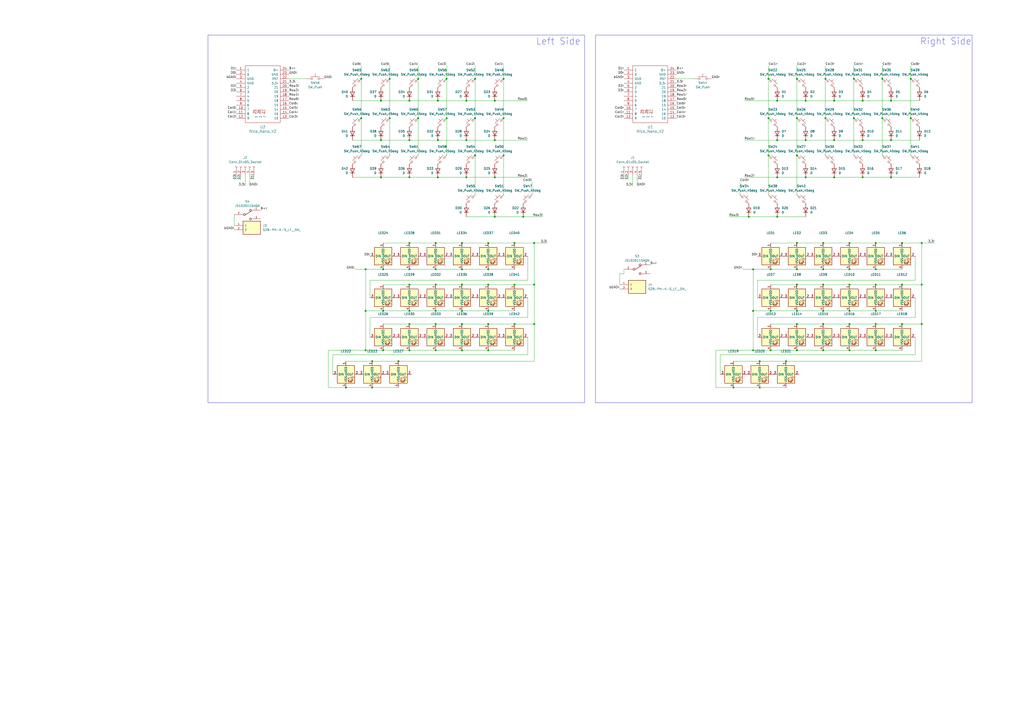
<source format=kicad_sch>
(kicad_sch (version 20250114) (generator "eeschema") (generator_version "9.0")
  (paper "A2")
  (lib_symbols
    (symbol "'Switchs:JS102011SAQN" (pin_names (offset 1.016))
      (property "Reference" "S" (at -7.6229 5.0819 0))
      (property "Value" "JS102011SAQN" (at -7.6286 -5.0857 0))
      (symbol "JS102011SAQN_0_0"
        (pin passive line (at -7.62 2.54 0) (length 5.08) (name "~") (number "1"))
        (pin passive line (at -7.62 -2.54 0) (length 5.08) (name "~") (number "3"))
        (pin passive line (at 7.62 0 180) (length 5.08) (name "~") (number "2"))
      )
    )
    (symbol "Connector:Conn_01x05_Socket" (pin_names (offset 1.016) (hide yes))
      (property "Reference" "J" (at 0 7.62 0))
      (property "Value" "Conn_01x05_Socket" (at 0 -7.62 0))
      (symbol "Conn_01x05_Socket_1_1"
        (pin passive line (at -5.08 5.08 0) (length 3.81) (name "Pin_1") (number "1"))
        (pin passive line (at -5.08 2.54 0) (length 3.81) (name "Pin_2") (number "2"))
        (pin passive line (at -5.08 0 0) (length 3.81) (name "Pin_3") (number "3"))
        (pin passive line (at -5.08 -2.54 0) (length 3.81) (name "Pin_4") (number "4"))
        (pin passive line (at -5.08 -5.08 0) (length 3.81) (name "Pin_5") (number "5"))
      )
    )
    (symbol "Device:D" (pin_numbers (hide yes)) (pin_names (offset 1.016) (hide yes))
      (property "Reference" "D" (at 0 2.54 0))
      (property "Value" "D" (at 0 -2.54 0))
      (symbol "D_1_1"
        (pin passive line (at -3.81 0 0) (length 2.54) (name "K") (number "1"))
        (pin passive line (at 3.81 0 180) (length 2.54) (name "A") (number "2"))
      )
    )
    (symbol "JST:S2B-PH-K-S_LF__SN_" (pin_names (offset 1.016))
      (property "Reference" "J" (at -5.08 3.302 0))
      (property "Value" "S2B-PH-K-S_LF__SN_" (at -5.08 -7.62 0))
      (symbol "S2B-PH-K-S_LF__SN__0_0"
        (pin passive line (at -10.16 0 0) (length 5.08) (name "1") (number "1"))
        (pin passive line (at -10.16 -2.54 0) (length 5.08) (name "2") (number "2"))
      )
    )
    (symbol "PCM_marbastlib-choc:choc_SK6812MINI-E"
      (property "Reference" "LED" (at 2.54 6.35 0))
      (property "Value" "choc_SK6812MINI-E" (at 10.795 -6.35 0))
      (symbol "choc_SK6812MINI-E_0_0"
        (text "RGB" (at 2.286 -4.191 0) (effects (font (size 0.762 0.762))))
      )
      (symbol "choc_SK6812MINI-E_1_1"
        (pin input line (at -7.62 0 0) (length 2.54) (name "DIN") (number "3"))
        (pin power_in line (at 0 7.62 270) (length 2.54) (name "VDD") (number "1"))
        (pin power_in line (at 0 -7.62 90) (length 2.54) (name "VSS") (number "4"))
        (pin output line (at 7.62 0 180) (length 2.54) (name "DOUT") (number "2"))
      )
    )
    (symbol "ScottoKeebs:MCU_Nice_Nano_V2" (pin_names (offset 1.016))
      (property "Reference" "U" (at 0 0 0))
      (property "Value" "Nice_Nano_V2" (at 0 -19.05 0))
      (symbol "MCU_Nice_Nano_V2_1_1"
        (pin input line (at -15.24 13.97 0) (length 5.08) (name "1") (number "1"))
        (pin input line (at -15.24 11.43 0) (length 5.08) (name "0") (number "2"))
        (pin input line (at -15.24 8.89 0) (length 5.08) (name "GND") (number "3"))
        (pin input line (at -15.24 6.35 0) (length 5.08) (name "GND") (number "4"))
        (pin input line (at -15.24 3.81 0) (length 5.08) (name "2") (number "5"))
        (pin input line (at -15.24 1.27 0) (length 5.08) (name "3") (number "6"))
        (pin input line (at -15.24 -1.27 0) (length 5.08) (name "4") (number "7"))
        (pin input line (at -15.24 -3.81 0) (length 5.08) (name "5") (number "8"))
        (pin input line (at -15.24 -6.35 0) (length 5.08) (name "6") (number "9"))
        (pin input line (at -15.24 -8.89 0) (length 5.08) (name "7") (number "10"))
        (pin input line (at -15.24 -11.43 0) (length 5.08) (name "8") (number "11"))
        (pin input line (at -15.24 -13.97 0) (length 5.08) (name "9") (number "12"))
        (pin input line (at -3.81 -8.89 270) (length 2.5) (name "1") (number "25"))
        (pin input line (at -1.27 -8.89 270) (length 2.5) (name "2") (number "26"))
        (pin input line (at 1.27 -8.89 270) (length 2.5) (name "7") (number "27"))
        (pin input line (at 15.24 13.97 180) (length 5.08) (name "B+") (number "24"))
        (pin input line (at 15.24 11.43 180) (length 5.08) (name "GND") (number "23"))
        (pin input line (at 15.24 8.89 180) (length 5.08) (name "RST") (number "22"))
        (pin input line (at 15.24 6.35 180) (length 5.08) (name "3.3v") (number "21"))
        (pin input line (at 15.24 3.81 180) (length 5.08) (name "21") (number "20"))
        (pin input line (at 15.24 1.27 180) (length 5.08) (name "20") (number "19"))
        (pin input line (at 15.24 -1.27 180) (length 5.08) (name "19") (number "18"))
        (pin input line (at 15.24 -3.81 180) (length 5.08) (name "18") (number "17"))
        (pin input line (at 15.24 -6.35 180) (length 5.08) (name "15") (number "16"))
        (pin input line (at 15.24 -8.89 180) (length 5.08) (name "14") (number "15"))
        (pin input line (at 15.24 -11.43 180) (length 5.08) (name "16") (number "14"))
        (pin input line (at 15.24 -13.97 180) (length 5.08) (name "10") (number "13"))
      )
    )
    (symbol "Switch:SW_Push" (pin_numbers (hide yes)) (pin_names (offset 1.016) (hide yes))
      (property "Reference" "SW" (at 1.27 2.54 0))
      (property "Value" "SW_Push" (at 0 -1.524 0))
      (symbol "SW_Push_0_1"
        (pin passive line (at -5.08 0 0) (length 2.54) (name "1") (number "1"))
        (pin passive line (at 5.08 0 180) (length 2.54) (name "2") (number "2"))
      )
    )
    (symbol "Switch:SW_Push_45deg" (pin_numbers (hide yes)) (pin_names (offset 1.016) (hide yes))
      (property "Reference" "SW" (at 3.048 1.016 0))
      (property "Value" "SW_Push_45deg" (at 0 -3.81 0))
      (symbol "SW_Push_45deg_0_1"
        (pin passive line (at -2.54 2.54 0) (length 0) (name "1") (number "1"))
        (pin passive line (at 2.54 -2.54 180) (length 0) (name "2") (number "2"))
      )
    )
  )
  (rectangle (start 345.44 20.32) (end 563.88 233.68))
  (rectangle (start 120.65 20.32) (end 339.09 233.68))
  (text "Right Side\n" (at 548.64 24.13 0) (effects (font (size 3.81 3.81))))
  (text "Left Side" (at 323.85 24.13 0) (effects (font (size 3.81 3.81))))
  (junction (at 462.28 68.58))
  (junction (at 275.59 90.17))
  (junction (at 209.55 68.58))
  (junction (at 298.45 187.96))
  (junction (at 500.38 58.42))
  (junction (at 445.77 68.58))
  (junction (at 252.73 187.96))
  (junction (at 220.98 102.87))
  (junction (at 492.76 156.21))
  (junction (at 447.04 203.2))
  (junction (at 492.76 203.2))
  (junction (at 477.52 187.96))
  (junction (at 434.34 125.73))
  (junction (at 436.88 156.21))
  (junction (at 516.89 102.87))
  (junction (at 508 140.97))
  (junction (at 220.98 58.42))
  (junction (at 254 102.87))
  (junction (at 467.36 58.42))
  (junction (at 462.28 156.21))
  (junction (at 212.09 180.34))
  (junction (at 267.97 180.34))
  (junction (at 220.98 81.28))
  (junction (at 462.28 140.97))
  (junction (at 477.52 180.34))
  (junction (at 222.25 203.2))
  (junction (at 495.3 68.58))
  (junction (at 222.25 180.34))
  (junction (at 283.21 203.2))
  (junction (at 440.69 209.55))
  (junction (at 309.88 165.1))
  (junction (at 287.02 81.28))
  (junction (at 447.04 156.21))
  (junction (at 462.28 180.34))
  (junction (at 492.76 180.34))
  (junction (at 237.49 156.21))
  (junction (at 450.85 125.73))
  (junction (at 292.1 68.58))
  (junction (at 467.36 102.87))
  (junction (at 226.06 68.58))
  (junction (at 298.45 165.1))
  (junction (at 283.21 180.34))
  (junction (at 508 203.2))
  (junction (at 270.51 81.28))
  (junction (at 237.49 81.28))
  (junction (at 528.32 68.58))
  (junction (at 436.88 180.34))
  (junction (at 523.24 140.97))
  (junction (at 287.02 125.73))
  (junction (at 492.76 187.96))
  (junction (at 462.28 187.96))
  (junction (at 495.3 45.72))
  (junction (at 508 187.96))
  (junction (at 455.93 209.55))
  (junction (at 483.87 102.87))
  (junction (at 222.25 156.21))
  (junction (at 445.77 45.72))
  (junction (at 440.69 224.79))
  (junction (at 237.49 140.97))
  (junction (at 287.02 58.42))
  (junction (at 215.9 224.79))
  (junction (at 483.87 81.28))
  (junction (at 209.55 45.72))
  (junction (at 477.52 156.21))
  (junction (at 259.08 68.58))
  (junction (at 267.97 165.1))
  (junction (at 254 81.28))
  (junction (at 298.45 140.97))
  (junction (at 528.32 45.72))
  (junction (at 450.85 102.87))
  (junction (at 534.67 140.97))
  (junction (at 292.1 45.72))
  (junction (at 508 156.21))
  (junction (at 237.49 203.2))
  (junction (at 252.73 165.1))
  (junction (at 516.89 81.28))
  (junction (at 275.59 45.72))
  (junction (at 270.51 102.87))
  (junction (at 200.66 224.79))
  (junction (at 508 180.34))
  (junction (at 267.97 140.97))
  (junction (at 212.09 156.21))
  (junction (at 237.49 180.34))
  (junction (at 511.81 45.72))
  (junction (at 237.49 58.42))
  (junction (at 425.45 224.79))
  (junction (at 309.88 140.97))
  (junction (at 267.97 187.96))
  (junction (at 511.81 68.58))
  (junction (at 267.97 156.21))
  (junction (at 492.76 140.97))
  (junction (at 283.21 187.96))
  (junction (at 212.09 203.2))
  (junction (at 287.02 102.87))
  (junction (at 467.36 81.28))
  (junction (at 215.9 209.55))
  (junction (at 270.51 58.42))
  (junction (at 477.52 140.97))
  (junction (at 237.49 187.96))
  (junction (at 303.53 125.73))
  (junction (at 477.52 165.1))
  (junction (at 226.06 45.72))
  (junction (at 508 165.1))
  (junction (at 252.73 140.97))
  (junction (at 478.79 68.58))
  (junction (at 445.77 90.17))
  (junction (at 309.88 187.96))
  (junction (at 523.24 187.96))
  (junction (at 523.24 165.1))
  (junction (at 477.52 203.2))
  (junction (at 436.88 203.2))
  (junction (at 254 58.42))
  (junction (at 242.57 68.58))
  (junction (at 259.08 45.72))
  (junction (at 450.85 58.42))
  (junction (at 252.73 180.34))
  (junction (at 462.28 203.2))
  (junction (at 237.49 102.87))
  (junction (at 292.1 90.17))
  (junction (at 516.89 58.42))
  (junction (at 267.97 203.2))
  (junction (at 483.87 58.42))
  (junction (at 237.49 165.1))
  (junction (at 252.73 203.2))
  (junction (at 462.28 90.17))
  (junction (at 534.67 165.1))
  (junction (at 462.28 45.72))
  (junction (at 447.04 180.34))
  (junction (at 252.73 156.21))
  (junction (at 242.57 45.72))
  (junction (at 275.59 68.58))
  (junction (at 283.21 140.97))
  (junction (at 500.38 81.28))
  (junction (at 478.79 45.72))
  (junction (at 462.28 165.1))
  (junction (at 500.38 102.87))
  (junction (at 231.14 209.55))
  (junction (at 283.21 165.1))
  (junction (at 492.76 165.1))
  (junction (at 283.21 156.21))
  (junction (at 450.85 81.28))
  (junction (at 534.67 187.96))
  (wire (pts (xy 306.07 102.87) (xy 287.02 102.87)))
  (wire (pts (xy 190.5 203.2) (xy 212.09 203.2)))
  (wire (pts (xy 214.63 195.58) (xy 214.63 184.15)))
  (wire (pts (xy 450.85 125.73) (xy 467.36 125.73)))
  (wire (pts (xy 254 81.28) (xy 237.49 81.28)))
  (wire (pts (xy 511.81 38.1) (xy 511.81 45.72)))
  (wire (pts (xy 523.24 140.97) (xy 534.67 140.97)))
  (wire (pts (xy 500.38 58.42) (xy 516.89 58.42)))
  (wire (pts (xy 445.77 38.1) (xy 445.77 45.72)))
  (wire (pts (xy 528.32 38.1) (xy 528.32 45.72)))
  (wire (pts (xy 439.42 184.15) (xy 530.86 184.15)))
  (wire (pts (xy 222.25 156.21) (xy 237.49 156.21)))
  (wire (pts (xy 275.59 45.72) (xy 275.59 68.58)))
  (wire (pts (xy 392.43 45.72) (xy 402.59 45.72)))
  (wire (pts (xy 483.87 81.28) (xy 500.38 81.28)))
  (wire (pts (xy 462.28 45.72) (xy 462.28 68.58)))
  (wire (pts (xy 309.88 140.97) (xy 317.5 140.97)))
  (wire (pts (xy 511.81 45.72) (xy 511.81 68.58)))
  (wire (pts (xy 283.21 165.1) (xy 298.45 165.1)))
  (wire (pts (xy 190.5 224.79) (xy 190.5 203.2)))
  (wire (pts (xy 142.24 101.6) (xy 142.24 107.95)))
  (wire (pts (xy 523.24 165.1) (xy 534.67 165.1)))
  (wire (pts (xy 292.1 38.1) (xy 292.1 45.72)))
  (wire (pts (xy 422.91 125.73) (xy 434.34 125.73)))
  (wire (pts (xy 477.52 165.1) (xy 492.76 165.1)))
  (wire (pts (xy 359.41 158.75) (xy 361.95 158.75)))
  (wire (pts (xy 478.79 68.58) (xy 478.79 90.17)))
  (wire (pts (xy 495.3 38.1) (xy 495.3 45.72)))
  (wire (pts (xy 500.38 81.28) (xy 516.89 81.28)))
  (wire (pts (xy 447.04 203.2) (xy 436.88 203.2)))
  (wire (pts (xy 523.24 187.96) (xy 534.67 187.96)))
  (wire (pts (xy 492.76 165.1) (xy 508 165.1)))
  (wire (pts (xy 222.25 180.34) (xy 212.09 180.34)))
  (wire (pts (xy 430.53 156.21) (xy 436.88 156.21)))
  (wire (pts (xy 220.98 58.42) (xy 204.47 58.42)))
  (wire (pts (xy 314.96 125.73) (xy 303.53 125.73)))
  (wire (pts (xy 139.7 101.6) (xy 139.7 104.14)))
  (wire (pts (xy 237.49 81.28) (xy 220.98 81.28)))
  (wire (pts (xy 361.95 158.75) (xy 361.95 156.21)))
  (wire (pts (xy 492.76 156.21) (xy 508 156.21)))
  (wire (pts (xy 530.86 184.15) (xy 530.86 172.72)))
  (wire (pts (xy 259.08 45.72) (xy 259.08 68.58)))
  (wire (pts (xy 415.29 224.79) (xy 415.29 203.2)))
  (wire (pts (xy 462.28 180.34) (xy 447.04 180.34)))
  (wire (pts (xy 259.08 38.1) (xy 259.08 45.72)))
  (wire (pts (xy 369.57 101.6) (xy 369.57 107.95)))
  (wire (pts (xy 226.06 45.72) (xy 226.06 68.58)))
  (wire (pts (xy 252.73 140.97) (xy 267.97 140.97)))
  (wire (pts (xy 254 58.42) (xy 237.49 58.42)))
  (wire (pts (xy 298.45 140.97) (xy 309.88 140.97)))
  (wire (pts (xy 237.49 187.96) (xy 252.73 187.96)))
  (wire (pts (xy 135.89 124.46) (xy 135.89 130.81)))
  (wire (pts (xy 462.28 38.1) (xy 462.28 45.72)))
  (wire (pts (xy 508 156.21) (xy 523.24 156.21)))
  (wire (pts (xy 209.55 68.58) (xy 209.55 90.17)))
  (wire (pts (xy 237.49 140.97) (xy 252.73 140.97)))
  (wire (pts (xy 528.32 45.72) (xy 528.32 68.58)))
  (wire (pts (xy 361.95 101.6) (xy 361.95 104.14)))
  (wire (pts (xy 309.88 165.1) (xy 309.88 140.97)))
  (wire (pts (xy 267.97 180.34) (xy 252.73 180.34)))
  (wire (pts (xy 267.97 156.21) (xy 283.21 156.21)))
  (wire (pts (xy 267.97 140.97) (xy 283.21 140.97)))
  (wire (pts (xy 495.3 45.72) (xy 495.3 68.58)))
  (wire (pts (xy 237.49 203.2) (xy 222.25 203.2)))
  (wire (pts (xy 242.57 68.58) (xy 242.57 90.17)))
  (wire (pts (xy 275.59 68.58) (xy 275.59 90.17)))
  (wire (pts (xy 287.02 58.42) (xy 270.51 58.42)))
  (wire (pts (xy 436.88 180.34) (xy 436.88 156.21)))
  (wire (pts (xy 252.73 156.21) (xy 267.97 156.21)))
  (wire (pts (xy 492.76 187.96) (xy 508 187.96)))
  (wire (pts (xy 237.49 156.21) (xy 252.73 156.21)))
  (wire (pts (xy 534.67 187.96) (xy 534.67 165.1)))
  (wire (pts (xy 292.1 68.58) (xy 292.1 90.17)))
  (wire (pts (xy 511.81 68.58) (xy 511.81 90.17)))
  (wire (pts (xy 450.85 58.42) (xy 467.36 58.42)))
  (wire (pts (xy 287.02 125.73) (xy 270.51 125.73)))
  (wire (pts (xy 477.52 187.96) (xy 492.76 187.96)))
  (wire (pts (xy 462.28 90.17) (xy 462.28 113.03)))
  (wire (pts (xy 144.78 101.6) (xy 144.78 107.95)))
  (wire (pts (xy 298.45 165.1) (xy 309.88 165.1)))
  (wire (pts (xy 252.73 165.1) (xy 267.97 165.1)))
  (wire (pts (xy 431.8 102.87) (xy 450.85 102.87)))
  (wire (pts (xy 530.86 162.56) (xy 530.86 148.59)))
  (wire (pts (xy 147.32 101.6) (xy 147.32 104.14)))
  (wire (pts (xy 270.51 102.87) (xy 254 102.87)))
  (wire (pts (xy 298.45 187.96) (xy 309.88 187.96)))
  (wire (pts (xy 483.87 58.42) (xy 500.38 58.42)))
  (wire (pts (xy 429.26 105.41) (xy 429.26 113.03)))
  (wire (pts (xy 306.07 162.56) (xy 306.07 148.59)))
  (wire (pts (xy 492.76 180.34) (xy 477.52 180.34)))
  (wire (pts (xy 259.08 68.58) (xy 259.08 90.17)))
  (wire (pts (xy 226.06 38.1) (xy 226.06 45.72)))
  (wire (pts (xy 200.66 209.55) (xy 215.9 209.55)))
  (wire (pts (xy 516.89 81.28) (xy 533.4 81.28)))
  (wire (pts (xy 467.36 102.87) (xy 483.87 102.87)))
  (wire (pts (xy 447.04 187.96) (xy 462.28 187.96)))
  (wire (pts (xy 447.04 165.1) (xy 462.28 165.1)))
  (wire (pts (xy 508 165.1) (xy 523.24 165.1)))
  (wire (pts (xy 431.8 58.42) (xy 450.85 58.42)))
  (wire (pts (xy 306.07 184.15) (xy 306.07 172.72)))
  (wire (pts (xy 415.29 203.2) (xy 436.88 203.2)))
  (wire (pts (xy 528.32 68.58) (xy 528.32 90.17)))
  (wire (pts (xy 359.41 158.75) (xy 359.41 165.1)))
  (wire (pts (xy 267.97 165.1) (xy 283.21 165.1)))
  (wire (pts (xy 242.57 45.72) (xy 242.57 68.58)))
  (wire (pts (xy 267.97 203.2) (xy 252.73 203.2)))
  (wire (pts (xy 212.09 156.21) (xy 222.25 156.21)))
  (wire (pts (xy 462.28 203.2) (xy 447.04 203.2)))
  (wire (pts (xy 242.57 38.1) (xy 242.57 45.72)))
  (wire (pts (xy 292.1 45.72) (xy 292.1 68.58)))
  (wire (pts (xy 270.51 58.42) (xy 254 58.42)))
  (wire (pts (xy 308.61 105.41) (xy 308.61 113.03)))
  (wire (pts (xy 283.21 140.97) (xy 298.45 140.97)))
  (wire (pts (xy 267.97 187.96) (xy 283.21 187.96)))
  (wire (pts (xy 462.28 140.97) (xy 477.52 140.97)))
  (wire (pts (xy 516.89 102.87) (xy 533.4 102.87)))
  (wire (pts (xy 508 187.96) (xy 523.24 187.96)))
  (wire (pts (xy 364.49 101.6) (xy 364.49 104.14)))
  (wire (pts (xy 431.8 81.28) (xy 450.85 81.28)))
  (wire (pts (xy 445.77 68.58) (xy 445.77 90.17)))
  (wire (pts (xy 477.52 140.97) (xy 492.76 140.97)))
  (wire (pts (xy 212.09 203.2) (xy 212.09 180.34)))
  (wire (pts (xy 508 140.97) (xy 523.24 140.97)))
  (wire (pts (xy 372.11 101.6) (xy 372.11 104.14)))
  (wire (pts (xy 237.49 180.34) (xy 222.25 180.34)))
  (wire (pts (xy 495.3 68.58) (xy 495.3 90.17)))
  (wire (pts (xy 447.04 180.34) (xy 436.88 180.34)))
  (wire (pts (xy 231.14 209.55) (xy 309.88 209.55)))
  (wire (pts (xy 455.93 209.55) (xy 534.67 209.55)))
  (wire (pts (xy 462.28 156.21) (xy 477.52 156.21)))
  (wire (pts (xy 137.16 101.6) (xy 137.16 104.14)))
  (wire (pts (xy 440.69 224.79) (xy 425.45 224.79)))
  (wire (pts (xy 530.86 205.74) (xy 530.86 195.58)))
  (wire (pts (xy 215.9 209.55) (xy 231.14 209.55)))
  (wire (pts (xy 306.07 58.42) (xy 287.02 58.42)))
  (wire (pts (xy 425.45 209.55) (xy 440.69 209.55)))
  (wire (pts (xy 508 203.2) (xy 492.76 203.2)))
  (wire (pts (xy 283.21 203.2) (xy 267.97 203.2)))
  (wire (pts (xy 523.24 180.34) (xy 508 180.34)))
  (wire (pts (xy 193.04 205.74) (xy 306.07 205.74)))
  (wire (pts (xy 205.74 156.21) (xy 212.09 156.21)))
  (wire (pts (xy 467.36 58.42) (xy 483.87 58.42)))
  (wire (pts (xy 292.1 90.17) (xy 292.1 113.03)))
  (wire (pts (xy 231.14 224.79) (xy 215.9 224.79)))
  (wire (pts (xy 214.63 162.56) (xy 306.07 162.56)))
  (wire (pts (xy 214.63 184.15) (xy 306.07 184.15)))
  (wire (pts (xy 287.02 81.28) (xy 270.51 81.28)))
  (wire (pts (xy 298.45 203.2) (xy 283.21 203.2)))
  (wire (pts (xy 417.83 217.17) (xy 417.83 205.74)))
  (wire (pts (xy 417.83 205.74) (xy 530.86 205.74)))
  (wire (pts (xy 214.63 172.72) (xy 214.63 162.56)))
  (wire (pts (xy 306.07 81.28) (xy 287.02 81.28)))
  (wire (pts (xy 462.28 68.58) (xy 462.28 90.17)))
  (wire (pts (xy 309.88 209.55) (xy 309.88 187.96)))
  (wire (pts (xy 447.04 140.97) (xy 462.28 140.97)))
  (wire (pts (xy 436.88 203.2) (xy 436.88 180.34)))
  (wire (pts (xy 477.52 156.21) (xy 492.76 156.21)))
  (wire (pts (xy 447.04 156.21) (xy 462.28 156.21)))
  (wire (pts (xy 309.88 187.96) (xy 309.88 165.1)))
  (wire (pts (xy 483.87 102.87) (xy 500.38 102.87)))
  (wire (pts (xy 467.36 81.28) (xy 483.87 81.28)))
  (wire (pts (xy 252.73 203.2) (xy 237.49 203.2)))
  (wire (pts (xy 477.52 180.34) (xy 462.28 180.34)))
  (wire (pts (xy 283.21 180.34) (xy 267.97 180.34)))
  (wire (pts (xy 237.49 165.1) (xy 252.73 165.1)))
  (wire (pts (xy 222.25 140.97) (xy 237.49 140.97)))
  (wire (pts (xy 275.59 38.1) (xy 275.59 45.72)))
  (wire (pts (xy 462.28 187.96) (xy 477.52 187.96)))
  (wire (pts (xy 275.59 90.17) (xy 275.59 113.03)))
  (wire (pts (xy 212.09 180.34) (xy 212.09 156.21)))
  (wire (pts (xy 492.76 203.2) (xy 477.52 203.2)))
  (wire (pts (xy 209.55 38.1) (xy 209.55 45.72)))
  (wire (pts (xy 508 180.34) (xy 492.76 180.34)))
  (wire (pts (xy 534.67 209.55) (xy 534.67 187.96)))
  (wire (pts (xy 439.42 162.56) (xy 530.86 162.56)))
  (wire (pts (xy 220.98 102.87) (xy 204.47 102.87)))
  (wire (pts (xy 478.79 38.1) (xy 478.79 45.72)))
  (wire (pts (xy 303.53 125.73) (xy 287.02 125.73)))
  (wire (pts (xy 215.9 224.79) (xy 200.66 224.79)))
  (wire (pts (xy 445.77 45.72) (xy 445.77 68.58)))
  (wire (pts (xy 298.45 180.34) (xy 283.21 180.34)))
  (wire (pts (xy 478.79 45.72) (xy 478.79 68.58)))
  (wire (pts (xy 254 102.87) (xy 237.49 102.87)))
  (wire (pts (xy 237.49 58.42) (xy 220.98 58.42)))
  (wire (pts (xy 425.45 224.79) (xy 415.29 224.79)))
  (wire (pts (xy 450.85 81.28) (xy 467.36 81.28)))
  (wire (pts (xy 222.25 187.96) (xy 237.49 187.96)))
  (wire (pts (xy 167.64 45.72) (xy 177.8 45.72)))
  (wire (pts (xy 209.55 45.72) (xy 209.55 68.58)))
  (wire (pts (xy 462.28 165.1) (xy 477.52 165.1)))
  (wire (pts (xy 523.24 203.2) (xy 508 203.2)))
  (wire (pts (xy 367.03 101.6) (xy 367.03 107.95)))
  (wire (pts (xy 450.85 102.87) (xy 467.36 102.87)))
  (wire (pts (xy 434.34 125.73) (xy 450.85 125.73)))
  (wire (pts (xy 440.69 209.55) (xy 455.93 209.55)))
  (wire (pts (xy 222.25 165.1) (xy 237.49 165.1)))
  (wire (pts (xy 193.04 217.17) (xy 193.04 205.74)))
  (wire (pts (xy 516.89 58.42) (xy 533.4 58.42)))
  (wire (pts (xy 534.67 140.97) (xy 542.29 140.97)))
  (wire (pts (xy 252.73 180.34) (xy 237.49 180.34)))
  (wire (pts (xy 445.77 90.17) (xy 445.77 113.03)))
  (wire (pts (xy 226.06 68.58) (xy 226.06 90.17)))
  (wire (pts (xy 492.76 140.97) (xy 508 140.97)))
  (wire (pts (xy 439.42 195.58) (xy 439.42 184.15)))
  (wire (pts (xy 222.25 203.2) (xy 212.09 203.2)))
  (wire (pts (xy 200.66 224.79) (xy 190.5 224.79)))
  (wire (pts (xy 237.49 102.87) (xy 220.98 102.87)))
  (wire (pts (xy 436.88 156.21) (xy 447.04 156.21)))
  (wire (pts (xy 306.07 205.74) (xy 306.07 195.58)))
  (wire (pts (xy 477.52 203.2) (xy 462.28 203.2)))
  (wire (pts (xy 220.98 81.28) (xy 204.47 81.28)))
  (wire (pts (xy 439.42 172.72) (xy 439.42 162.56)))
  (wire (pts (xy 287.02 102.87) (xy 270.51 102.87)))
  (wire (pts (xy 283.21 156.21) (xy 298.45 156.21)))
  (wire (pts (xy 534.67 165.1) (xy 534.67 140.97)))
  (wire (pts (xy 455.93 224.79) (xy 440.69 224.79)))
  (wire (pts (xy 500.38 102.87) (xy 516.89 102.87)))
  (wire (pts (xy 270.51 81.28) (xy 254 81.28)))
  (wire (pts (xy 252.73 187.96) (xy 267.97 187.96)))
  (wire (pts (xy 283.21 187.96) (xy 298.45 187.96)))
  (label "D3l" (at 137.16 104.14 90))
  (label "bGNDl" (at 135.89 133.35 180))
  (label "Row2r" (at 392.43 53.34 0))
  (label "GNDr" (at 392.43 43.18 0))
  (label "3.3l" (at 317.5 140.97 180))
  (label "3.3l" (at 167.64 48.26 0))
  (label "Row3l" (at 314.96 125.73 180))
  (label "3.3r" (at 542.29 140.97 180))
  (label "Row1l" (at 306.07 81.28 180))
  (label "Col5r" (at 511.81 38.1 0))
  (label "Row2l" (at 306.07 102.87 180))
  (label "GNDl" (at 187.96 45.72 0))
  (label "Col3l" (at 167.64 68.58 0))
  (label "Col5r" (at 392.43 63.5 0))
  (label "Row0l" (at 306.07 58.42 180))
  (label "D1r" (at 361.95 40.64 180))
  (label "D2r" (at 361.95 50.8 180))
  (label "Col2l" (at 137.16 68.58 180))
  (label "GNDr" (at 369.57 107.95 0))
  (label "Col6l" (at 167.64 60.96 0))
  (label "Col0l" (at 308.61 105.41 180))
  (label "Row3r" (at 422.91 125.73 0))
  (label "B+l" (at 151.13 121.92 0))
  (label "Col4r" (at 495.3 38.1 0))
  (label "Row1r" (at 392.43 55.88 0))
  (label "Col5l" (at 226.06 38.1 180))
  (label "Row0r" (at 431.8 58.42 0))
  (label "Col1r" (at 361.95 66.04 180))
  (label "D0l" (at 214.63 148.59 180))
  (label "Row0r" (at 392.43 58.42 0))
  (label "D1l" (at 137.16 40.64 180))
  (label "Row2l" (at 167.64 53.34 0))
  (label "GNDl" (at 144.78 107.95 0))
  (label "bGNDl" (at 137.16 45.72 180))
  (label "Col3r" (at 392.43 68.58 0))
  (label "GNDl" (at 167.64 43.18 0))
  (label "Col3r" (at 478.79 38.1 0))
  (label "D1r" (at 372.11 104.14 90))
  (label "GNDl" (at 205.74 156.21 180))
  (label "3.3r" (at 367.03 107.95 180))
  (label "D1l" (at 147.32 104.14 90))
  (label "Col1l" (at 137.16 66.04 180))
  (label "Col6r" (at 528.32 38.1 0))
  (label "B+l" (at 167.64 40.64 0))
  (label "GNDr" (at 430.53 156.21 180))
  (label "Col0r" (at 429.26 105.41 0))
  (label "B+r" (at 392.43 40.64 0))
  (label "bGNDr" (at 361.95 45.72 180))
  (label "Col6r" (at 392.43 60.96 0))
  (label "Row3r" (at 392.43 50.8 0))
  (label "D3r" (at 361.95 53.34 180))
  (label "D2l" (at 139.7 104.14 90))
  (label "Col4l" (at 242.57 38.1 180))
  (label "Col0l" (at 137.16 63.5 180))
  (label "Col3l" (at 259.08 38.1 180))
  (label "Row0l" (at 167.64 58.42 0))
  (label "Col2l" (at 275.59 38.1 180))
  (label "D3r" (at 361.95 104.14 90))
  (label "Col4l" (at 167.64 66.04 0))
  (label "D2r" (at 364.49 104.14 90))
  (label "Row3l" (at 167.64 50.8 0))
  (label "D0r" (at 439.42 148.59 180))
  (label "D0r" (at 361.95 43.18 180))
  (label "B+r" (at 377.19 153.67 0))
  (label "Row1l" (at 167.64 55.88 0))
  (label "Col5l" (at 167.64 63.5 0))
  (label "3.3l" (at 142.24 107.95 180))
  (label "Row1r" (at 431.8 81.28 0))
  (label "bGNDr" (at 359.41 167.64 180))
  (label "Col2r" (at 361.95 68.58 180))
  (label "D0l" (at 137.16 43.18 180))
  (label "Col2r" (at 462.28 38.1 0))
  (label "D3l" (at 137.16 53.34 180))
  (label "D2l" (at 137.16 50.8 180))
  (label "Col1l" (at 292.1 38.1 180))
  (label "3.3r" (at 392.43 48.26 0))
  (label "Col4r" (at 392.43 66.04 0))
  (label "Col0r" (at 361.95 63.5 180))
  (label "Col1r" (at 445.77 38.1 0))
  (label "GNDr" (at 412.75 45.72 0))
  (label "Col6l" (at 209.55 38.1 180))
  (label "Row2r" (at 431.8 102.87 0))
  (symbol (lib_id "PCM_marbastlib-choc:choc_SK6812MINI-E") (at 283.21 148.59 0) (unit 1)
    (property "Reference" "LED37" (at 283.21 135.128 0))
    (property "Value" "choc_SK6812MINI-E" (effects (hide yes)))
    (property "Footprint" "PCM_marbastlib-choc:LED_choc_6028R" (effects (hide yes)))
    (property "Description" "Reverse mount adressable LED (WS2812 protocol)" (effects (hide yes)))
  )
  (symbol (lib_id "PCM_marbastlib-choc:choc_SK6812MINI-E") (at 222.25 172.72 0) (unit 1)
    (property "Reference" "LED25" (at 222.25 159.258 0))
    (property "Value" "choc_SK6812MINI-E" (effects (hide yes)))
    (property "Footprint" "PCM_marbastlib-choc:LED_choc_6028R" (effects (hide yes)))
    (property "Description" "Reverse mount adressable LED (WS2812 protocol)" (effects (hide yes)))
  )
  (symbol (lib_id "PCM_marbastlib-choc:choc_SK6812MINI-E") (at 492.76 195.58 0) (unit 1)
    (property "Reference" "LED16" (at 492.76 182.118 0))
    (property "Value" "choc_SK6812MINI-E" (effects (hide yes)))
    (property "Footprint" "PCM_marbastlib-choc:LED_choc_6028R" (effects (hide yes)))
    (property "Description" "Reverse mount adressable LED (WS2812 protocol)" (effects (hide yes)))
  )
  (symbol (lib_id "PCM_marbastlib-choc:choc_SK6812MINI-E") (at 298.45 172.72 0) (unit 1)
    (property "Reference" "LED41" (at 298.45 159.258 0))
    (property "Value" "choc_SK6812MINI-E" (effects (hide yes)))
    (property "Footprint" "PCM_marbastlib-choc:LED_choc_6028R" (effects (hide yes)))
    (property "Description" "Reverse mount adressable LED (WS2812 protocol)" (effects (hide yes)))
  )
  (symbol (lib_id "Switch:SW_Push_45deg") (at 289.56 92.71 0) (mirror y) (unit 1)
    (property "Reference" "SW50" (at 289.56 85.09 0))
    (property "Value" "SW_Push_45deg" (at 289.56 87.63 0))
    (property "Footprint" "PCM_marbastlib-choc:choc_3D_hotswap" (effects (hide yes)))
    (property "Description" "Push button switch, normally open, two pins, 45° tilted" (effects (hide yes)))
  )
  (symbol (lib_id "PCM_marbastlib-choc:choc_SK6812MINI-E") (at 252.73 172.72 0) (unit 1)
    (property "Reference" "LED32" (at 252.73 159.258 0))
    (property "Value" "choc_SK6812MINI-E" (effects (hide yes)))
    (property "Footprint" "PCM_marbastlib-choc:LED_choc_6028R" (effects (hide yes)))
    (property "Description" "Reverse mount adressable LED (WS2812 protocol)" (effects (hide yes)))
  )
  (symbol (lib_id "Device:D") (at 500.38 77.47 90) (unit 1)
    (property "Reference" "D10" (at 502.92 76.1999 90) (effects (justify right)))
    (property "Value" "D" (at 502.92 78.7399 90) (effects (justify right)))
    (property "Footprint" "Diode_SMD:D_SOD-123" (effects (hide yes)))
    (property "Description" "Diode" (effects (hide yes)))
    (property "Sim.Device" "D" (effects (hide yes)))
    (property "Sim.Pins" "1=K 2=A" (effects (hide yes)))
  )
  (symbol (lib_id "Switch:SW_Push_45deg") (at 448.31 48.26 0) (unit 1)
    (property "Reference" "SW22" (at 448.31 40.64 0))
    (property "Value" "SW_Push_45deg" (at 448.31 43.18 0))
    (property "Footprint" "PCM_marbastlib-choc:choc_3D_hotswap" (effects (hide yes)))
    (property "Description" "Push button switch, normally open, two pins, 45° tilted" (effects (hide yes)))
  )
  (symbol (lib_id "Switch:SW_Push_45deg") (at 431.8 115.57 0) (unit 1)
    (property "Reference" "SW34" (at 431.8 107.95 0))
    (property "Value" "SW_Push_45deg" (at 431.8 110.49 0))
    (property "Footprint" "PCM_marbastlib-choc:SW_choc_v1_HS_CPG135001S30_1.5u" (effects (hide yes)))
    (property "Description" "Push button switch, normally open, two pins, 45° tilted" (effects (hide yes)))
  )
  (symbol (lib_id "PCM_marbastlib-choc:choc_SK6812MINI-E") (at 455.93 217.17 0) (unit 1)
    (property "Reference" "LED21" (at 455.93 203.708 0))
    (property "Value" "choc_SK6812MINI-E" (effects (hide yes)))
    (property "Footprint" "PCM_marbastlib-choc:LED_choc_6028R" (effects (hide yes)))
    (property "Description" "Reverse mount adressable LED (WS2812 protocol)" (effects (hide yes)))
  )
  (symbol (lib_id "Switch:SW_Push_45deg") (at 256.54 71.12 0) (mirror y) (unit 1)
    (property "Reference" "SW57" (at 256.54 63.5 0))
    (property "Value" "SW_Push_45deg" (at 256.54 66.04 0))
    (property "Footprint" "PCM_marbastlib-choc:choc_3D_hotswap" (effects (hide yes)))
    (property "Description" "Push button switch, normally open, two pins, 45° tilted" (effects (hide yes)))
  )
  (symbol (lib_id "Device:D") (at 204.47 77.47 270) (mirror x) (unit 1)
    (property "Reference" "D41" (at 201.93 76.1999 90) (effects (justify right)))
    (property "Value" "D" (at 201.93 78.7399 90) (effects (justify right)))
    (property "Footprint" "Diode_SMD:D_SOD-123" (effects (hide yes)))
    (property "Description" "Diode" (effects (hide yes)))
    (property "Sim.Device" "D" (effects (hide yes)))
    (property "Sim.Pins" "1=K 2=A" (effects (hide yes)))
  )
  (symbol (lib_id "Switch:SW_Push_45deg") (at 289.56 71.12 0) (mirror y) (unit 1)
    (property "Reference" "SW49" (at 289.56 63.5 0))
    (property "Value" "SW_Push_45deg" (at 289.56 66.04 0))
    (property "Footprint" "PCM_marbastlib-choc:choc_3D_hotswap" (effects (hide yes)))
    (property "Description" "Push button switch, normally open, two pins, 45° tilted" (effects (hide yes)))
  )
  (symbol (lib_id "PCM_marbastlib-choc:choc_SK6812MINI-E") (at 237.49 148.59 0) (unit 1)
    (property "Reference" "LED28" (at 237.49 135.128 0))
    (property "Value" "choc_SK6812MINI-E" (effects (hide yes)))
    (property "Footprint" "PCM_marbastlib-choc:LED_choc_6028R" (effects (hide yes)))
    (property "Description" "Reverse mount adressable LED (WS2812 protocol)" (effects (hide yes)))
  )
  (symbol (lib_id "Switch:SW_Push_45deg") (at 514.35 92.71 0) (unit 1)
    (property "Reference" "SW37" (at 514.35 85.09 0))
    (property "Value" "SW_Push_45deg" (at 514.35 87.63 0))
    (property "Footprint" "PCM_marbastlib-choc:choc_3D_hotswap" (effects (hide yes)))
    (property "Description" "Push button switch, normally open, two pins, 45° tilted" (effects (hide yes)))
  )
  (symbol (lib_id "Device:D") (at 237.49 77.47 270) (mirror x) (unit 1)
    (property "Reference" "D35" (at 234.95 76.1999 90) (effects (justify right)))
    (property "Value" "D" (at 234.95 78.7399 90) (effects (justify right)))
    (property "Footprint" "Diode_SMD:D_SOD-123" (effects (hide yes)))
    (property "Description" "Diode" (effects (hide yes)))
    (property "Sim.Device" "D" (effects (hide yes)))
    (property "Sim.Pins" "1=K 2=A" (effects (hide yes)))
  )
  (symbol (lib_id "Switch:SW_Push_45deg") (at 223.52 71.12 0) (mirror y) (unit 1)
    (property "Reference" "SW63" (at 223.52 63.5 0))
    (property "Value" "SW_Push_45deg" (at 223.52 66.04 0))
    (property "Footprint" "PCM_marbastlib-choc:choc_3D_hotswap" (effects (hide yes)))
    (property "Description" "Push button switch, normally open, two pins, 45° tilted" (effects (hide yes)))
  )
  (symbol (lib_id "Device:D") (at 533.4 99.06 90) (unit 1)
    (property "Reference" "D18" (at 535.94 97.7899 90) (effects (justify right)))
    (property "Value" "D" (at 535.94 100.3299 90) (effects (justify right)))
    (property "Footprint" "Diode_SMD:D_SOD-123" (effects (hide yes)))
    (property "Description" "Diode" (effects (hide yes)))
    (property "Sim.Device" "D" (effects (hide yes)))
    (property "Sim.Pins" "1=K 2=A" (effects (hide yes)))
  )
  (symbol (lib_id "Switch:SW_Push_45deg") (at 289.56 48.26 0) (mirror y) (unit 1)
    (property "Reference" "SW48" (at 289.56 40.64 0))
    (property "Value" "SW_Push_45deg" (at 289.56 43.18 0))
    (property "Footprint" "PCM_marbastlib-choc:choc_3D_hotswap" (effects (hide yes)))
    (property "Description" "Push button switch, normally open, two pins, 45° tilted" (effects (hide yes)))
  )
  (symbol (lib_id "Device:D") (at 500.38 99.06 90) (unit 1)
    (property "Reference" "D16" (at 502.92 97.7899 90) (effects (justify right)))
    (property "Value" "D" (at 502.92 100.3299 90) (effects (justify right)))
    (property "Footprint" "Diode_SMD:D_SOD-123" (effects (hide yes)))
    (property "Description" "Diode" (effects (hide yes)))
    (property "Sim.Device" "D" (effects (hide yes)))
    (property "Sim.Pins" "1=K 2=A" (effects (hide yes)))
  )
  (symbol (lib_id "PCM_marbastlib-choc:choc_SK6812MINI-E") (at 425.45 217.17 0) (unit 1)
    (property "Reference" "LED19" (at 425.45 203.708 0))
    (property "Value" "choc_SK6812MINI-E" (effects (hide yes)))
    (property "Footprint" "PCM_marbastlib-choc:LED_choc_6028R" (effects (hide yes)))
    (property "Description" "Reverse mount adressable LED (WS2812 protocol)" (effects (hide yes)))
  )
  (symbol (lib_id "Switch:SW_Push_45deg") (at 273.05 71.12 0) (mirror y) (unit 1)
    (property "Reference" "SW53" (at 273.05 63.5 0))
    (property "Value" "SW_Push_45deg" (at 273.05 66.04 0))
    (property "Footprint" "PCM_marbastlib-choc:choc_3D_hotswap" (effects (hide yes)))
    (property "Description" "Push button switch, normally open, two pins, 45° tilted" (effects (hide yes)))
  )
  (symbol (lib_id "PCM_marbastlib-choc:choc_SK6812MINI-E") (at 200.66 217.17 0) (unit 1)
    (property "Reference" "LED22" (at 200.66 203.708 0))
    (property "Value" "choc_SK6812MINI-E" (effects (hide yes)))
    (property "Footprint" "PCM_marbastlib-choc:LED_choc_6028R" (effects (hide yes)))
    (property "Description" "Reverse mount adressable LED (WS2812 protocol)" (effects (hide yes)))
  )
  (symbol (lib_id "PCM_marbastlib-choc:choc_SK6812MINI-E") (at 440.69 217.17 0) (unit 1)
    (property "Reference" "LED20" (at 440.69 203.708 0))
    (property "Value" "choc_SK6812MINI-E" (effects (hide yes)))
    (property "Footprint" "PCM_marbastlib-choc:LED_choc_6028R" (effects (hide yes)))
    (property "Description" "Reverse mount adressable LED (WS2812 protocol)" (effects (hide yes)))
  )
  (symbol (lib_id "PCM_marbastlib-choc:choc_SK6812MINI-E") (at 492.76 172.72 0) (unit 1)
    (property "Reference" "LED10" (at 492.76 159.258 0))
    (property "Value" "choc_SK6812MINI-E" (effects (hide yes)))
    (property "Footprint" "PCM_marbastlib-choc:LED_choc_6028R" (effects (hide yes)))
    (property "Description" "Reverse mount adressable LED (WS2812 protocol)" (effects (hide yes)))
  )
  (symbol (lib_id "Switch:SW_Push_45deg") (at 464.82 92.71 0) (unit 1)
    (property "Reference" "SW27" (at 464.82 85.09 0))
    (property "Value" "SW_Push_45deg" (at 464.82 87.63 0))
    (property "Footprint" "PCM_marbastlib-choc:choc_3D_hotswap" (effects (hide yes)))
    (property "Description" "Push button switch, normally open, two pins, 45° tilted" (effects (hide yes)))
  )
  (symbol (lib_id "Device:D") (at 303.53 121.92 270) (mirror x) (unit 1)
    (property "Reference" "D22" (at 300.99 120.6499 90) (effects (justify right)))
    (property "Value" "D" (at 300.99 123.1899 90) (effects (justify right)))
    (property "Footprint" "Diode_SMD:D_SOD-123" (effects (hide yes)))
    (property "Description" "Diode" (effects (hide yes)))
    (property "Sim.Device" "D" (effects (hide yes)))
    (property "Sim.Pins" "1=K 2=A" (effects (hide yes)))
  )
  (symbol (lib_id "Device:D") (at 467.36 77.47 90) (unit 1)
    (property "Reference" "D8" (at 469.9 76.1999 90) (effects (justify right)))
    (property "Value" "D" (at 469.9 78.7399 90) (effects (justify right)))
    (property "Footprint" "Diode_SMD:D_SOD-123" (effects (hide yes)))
    (property "Description" "Diode" (effects (hide yes)))
    (property "Sim.Device" "D" (effects (hide yes)))
    (property "Sim.Pins" "1=K 2=A" (effects (hide yes)))
  )
  (symbol (lib_id "Switch:SW_Push_45deg") (at 273.05 92.71 0) (mirror y) (unit 1)
    (property "Reference" "SW54" (at 273.05 85.09 0))
    (property "Value" "SW_Push_45deg" (at 273.05 87.63 0))
    (property "Footprint" "PCM_marbastlib-choc:choc_3D_hotswap" (effects (hide yes)))
    (property "Description" "Push button switch, normally open, two pins, 45° tilted" (effects (hide yes)))
  )
  (symbol (lib_id "Switch:SW_Push_45deg") (at 497.84 48.26 0) (unit 1)
    (property "Reference" "SW31" (at 497.84 40.64 0))
    (property "Value" "SW_Push_45deg" (at 497.84 43.18 0))
    (property "Footprint" "PCM_marbastlib-choc:choc_3D_hotswap" (effects (hide yes)))
    (property "Description" "Push button switch, normally open, two pins, 45° tilted" (effects (hide yes)))
  )
  (symbol (lib_id "PCM_marbastlib-choc:choc_SK6812MINI-E") (at 523.24 195.58 0) (unit 1)
    (property "Reference" "LED18" (at 523.24 182.118 0))
    (property "Value" "choc_SK6812MINI-E" (effects (hide yes)))
    (property "Footprint" "PCM_marbastlib-choc:LED_choc_6028R" (effects (hide yes)))
    (property "Description" "Reverse mount adressable LED (WS2812 protocol)" (effects (hide yes)))
  )
  (symbol (lib_id "JST:S2B-PH-K-S_LF__SN_") (at 369.57 165.1 0) (unit 1)
    (property "Reference" "J4" (at 375.92 165.0999 0) (effects (justify left)))
    (property "Value" "S2B-PH-K-S_LF__SN_" (at 375.92 167.6399 0) (effects (justify left)))
    (property "Footprint" "jst:JST_S2B-PH-K-S_LF__SN_" (effects (hide yes)))
    (property "MF" "JST Sales America Inc." (effects (hide yes)))
    (property "MAXIMUM_PACKAGE_HEIGHT" "4.8mm" (effects (hide yes)))
    (property "PACKAGE" "None" (effects (hide yes)))
    (property "PRICE" "None" (effects (hide yes)))
    (property "Package" "NON STANDARD-2 J.S.T." (effects (hide yes)))
    (property "Check_prices" "https://www.snapeda.com/parts/S2B-PH-K-S(LF)(SN)/JST/view-part/?ref=eda" (effects (hide yes)))
    (property "Price" "None" (effects (hide yes)))
    (property "SnapEDA_Link" "https://www.snapeda.com/parts/S2B-PH-K-S(LF)(SN)/JST/view-part/?ref=snap" (effects (hide yes)))
    (property "MP" "S2B-PH-K-S(LF)(SN)" (effects (hide yes)))
    (property "Description_1" "Connector Header Through Hole, Right Angle 2 position" (effects (hide yes)))
    (property "Availability" "In Stock" (effects (hide yes)))
    (property "AVAILABILITY" "Unavailable" (effects (hide yes)))
    (property "DESCRIPTION" "Connector Header Through Hole, Right Angle 2 position" (effects (hide yes)))
  )
  (symbol (lib_id "Switch:SW_Push_45deg") (at 530.86 92.71 0) (unit 1)
    (property "Reference" "SW41" (at 530.86 85.09 0))
    (property "Value" "SW_Push_45deg" (at 530.86 87.63 0))
    (property "Footprint" "PCM_marbastlib-choc:choc_3D_hotswap" (effects (hide yes)))
    (property "Description" "Push button switch, normally open, two pins, 45° tilted" (effects (hide yes)))
  )
  (symbol (lib_id "Switch:SW_Push_45deg") (at 273.05 115.57 0) (mirror y) (unit 1)
    (property "Reference" "SW55" (at 273.05 107.95 0))
    (property "Value" "SW_Push_45deg" (at 273.05 110.49 0))
    (property "Footprint" "PCM_marbastlib-choc:choc_3D_hotswap" (effects (hide yes)))
    (property "Description" "Push button switch, normally open, two pins, 45° tilted" (effects (hide yes)))
  )
  (symbol (lib_id "Device:D") (at 237.49 99.06 270) (mirror x) (unit 1)
    (property "Reference" "D36" (at 234.95 97.7899 90) (effects (justify right)))
    (property "Value" "D" (at 234.95 100.3299 90) (effects (justify right)))
    (property "Footprint" "Diode_SMD:D_SOD-123" (effects (hide yes)))
    (property "Description" "Diode" (effects (hide yes)))
    (property "Sim.Device" "D" (effects (hide yes)))
    (property "Sim.Pins" "1=K 2=A" (effects (hide yes)))
  )
  (symbol (lib_id "Device:D") (at 220.98 77.47 270) (mirror x) (unit 1)
    (property "Reference" "D38" (at 218.44 76.1999 90) (effects (justify right)))
    (property "Value" "D" (at 218.44 78.7399 90) (effects (justify right)))
    (property "Footprint" "Diode_SMD:D_SOD-123" (effects (hide yes)))
    (property "Description" "Diode" (effects (hide yes)))
    (property "Sim.Device" "D" (effects (hide yes)))
    (property "Sim.Pins" "1=K 2=A" (effects (hide yes)))
  )
  (symbol (lib_id "Switch:SW_Push_45deg") (at 207.01 92.71 0) (mirror y) (unit 1)
    (property "Reference" "SW67" (at 207.01 85.09 0))
    (property "Value" "SW_Push_45deg" (at 207.01 87.63 0))
    (property "Footprint" "PCM_marbastlib-choc:choc_3D_hotswap" (effects (hide yes)))
    (property "Description" "Push button switch, normally open, two pins, 45° tilted" (effects (hide yes)))
  )
  (symbol (lib_id "Device:D") (at 270.51 121.92 270) (mirror x) (unit 1)
    (property "Reference" "D30" (at 267.97 120.6499 90) (effects (justify right)))
    (property "Value" "D" (at 267.97 123.1899 90) (effects (justify right)))
    (property "Footprint" "Diode_SMD:D_SOD-123" (effects (hide yes)))
    (property "Description" "Diode" (effects (hide yes)))
    (property "Sim.Device" "D" (effects (hide yes)))
    (property "Sim.Pins" "1=K 2=A" (effects (hide yes)))
  )
  (symbol (lib_id "'Switchs:JS102011SAQN") (at 143.51 124.46 0) (mirror y) (unit 1)
    (property "Reference" "S4" (at 143.51 116.84 0))
    (property "Value" "JS102011SAQN" (at 143.51 119.38 0))
    (property "Footprint" "'Swight:SW_SSSS811101" (effects (hide yes)))
    (property "MF" "Littelfuse/C&K" (effects (hide yes)))
    (property "Description_1" "Sub-Miniature Slide Switch-DPDT-0.3A@6VDC-Surface Mount-5,000 Cycles" (effects (hide yes)))
    (property "Package" "None" (effects (hide yes)))
    (property "Price" "None" (effects (hide yes)))
    (property "Check_prices" "https://www.snapeda.com/parts/JS102011SAQN/Littelfuse/view-part/?ref=eda" (effects (hide yes)))
    (property "SnapEDA_Link" "https://www.snapeda.com/parts/JS102011SAQN/Littelfuse/view-part/?ref=snap" (effects (hide yes)))
    (property "MP" "JS102011SAQN" (effects (hide yes)))
    (property "Availability" "In Stock" (effects (hide yes)))
    (property "MANUFACTURER" "C&K" (effects (hide yes)))
  )
  (symbol (lib_id "Switch:SW_Push_45deg") (at 448.31 92.71 0) (unit 1)
    (property "Reference" "SW24" (at 448.31 85.09 0))
    (property "Value" "SW_Push_45deg" (at 448.31 87.63 0))
    (property "Footprint" "PCM_marbastlib-choc:choc_3D_hotswap" (effects (hide yes)))
    (property "Description" "Push button switch, normally open, two pins, 45° tilted" (effects (hide yes)))
  )
  (symbol (lib_id "Switch:SW_Push_45deg") (at 273.05 48.26 0) (mirror y) (unit 1)
    (property "Reference" "SW52" (at 273.05 40.64 0))
    (property "Value" "SW_Push_45deg" (at 273.05 43.18 0))
    (property "Footprint" "PCM_marbastlib-choc:choc_3D_hotswap" (effects (hide yes)))
    (property "Description" "Push button switch, normally open, two pins, 45° tilted" (effects (hide yes)))
  )
  (symbol (lib_id "Device:D") (at 204.47 54.61 270) (mirror x) (unit 1)
    (property "Reference" "D40" (at 201.93 53.3399 90) (effects (justify right)))
    (property "Value" "D" (at 201.93 55.8799 90) (effects (justify right)))
    (property "Footprint" "Diode_SMD:D_SOD-123" (effects (hide yes)))
    (property "Description" "Diode" (effects (hide yes)))
    (property "Sim.Device" "D" (effects (hide yes)))
    (property "Sim.Pins" "1=K 2=A" (effects (hide yes)))
  )
  (symbol (lib_id "Device:D") (at 254 99.06 270) (mirror x) (unit 1)
    (property "Reference" "D33" (at 251.46 97.7899 90) (effects (justify right)))
    (property "Value" "D" (at 251.46 100.3299 90) (effects (justify right)))
    (property "Footprint" "Diode_SMD:D_SOD-123" (effects (hide yes)))
    (property "Description" "Diode" (effects (hide yes)))
    (property "Sim.Device" "D" (effects (hide yes)))
    (property "Sim.Pins" "1=K 2=A" (effects (hide yes)))
  )
  (symbol (lib_id "ScottoKeebs:MCU_Nice_Nano_V2") (at 377.19 54.61 0) (unit 1)
    (property "Reference" "U1" (at 377.19 73.66 0) (effects (font (size 1.524 1.524))))
    (property "Value" "Nice_Nano_V2" (at 377.19 76.2 0) (effects (font (size 1.524 1.524))))
    (property "Footprint" "PCM_marbastlib-xp-promicroish:nice_nano_H_USBdn" (effects (hide yes)))
  )
  (symbol (lib_id "Switch:SW_Push_45deg") (at 240.03 92.71 0) (mirror y) (unit 1)
    (property "Reference" "SW61" (at 240.03 85.09 0))
    (property "Value" "SW_Push_45deg" (at 240.03 87.63 0))
    (property "Footprint" "PCM_marbastlib-choc:choc_3D_hotswap" (effects (hide yes)))
    (property "Description" "Push button switch, normally open, two pins, 45° tilted" (effects (hide yes)))
  )
  (symbol (lib_id "Switch:SW_Push_45deg") (at 514.35 48.26 0) (unit 1)
    (property "Reference" "SW35" (at 514.35 40.64 0))
    (property "Value" "SW_Push_45deg" (at 514.35 43.18 0))
    (property "Footprint" "PCM_marbastlib-choc:choc_3D_hotswap" (effects (hide yes)))
    (property "Description" "Push button switch, normally open, two pins, 45° tilted" (effects (hide yes)))
  )
  (symbol (lib_id "PCM_marbastlib-choc:choc_SK6812MINI-E") (at 523.24 148.59 0) (unit 1)
    (property "Reference" "LED6" (at 523.24 135.128 0))
    (property "Value" "choc_SK6812MINI-E" (effects (hide yes)))
    (property "Footprint" "PCM_marbastlib-choc:LED_choc_6028R" (effects (hide yes)))
    (property "Description" "Reverse mount adressable LED (WS2812 protocol)" (effects (hide yes)))
  )
  (symbol (lib_id "Device:D") (at 450.85 99.06 90) (unit 1)
    (property "Reference" "D13" (at 453.39 97.7899 90) (effects (justify right)))
    (property "Value" "D" (at 453.39 100.3299 90) (effects (justify right)))
    (property "Footprint" "Diode_SMD:D_SOD-123" (effects (hide yes)))
    (property "Description" "Diode" (effects (hide yes)))
    (property "Sim.Device" "D" (effects (hide yes)))
    (property "Sim.Pins" "1=K 2=A" (effects (hide yes)))
  )
  (symbol (lib_id "PCM_marbastlib-choc:choc_SK6812MINI-E") (at 462.28 195.58 0) (unit 1)
    (property "Reference" "LED14" (at 462.28 182.118 0))
    (property "Value" "choc_SK6812MINI-E" (effects (hide yes)))
    (property "Footprint" "PCM_marbastlib-choc:LED_choc_6028R" (effects (hide yes)))
    (property "Description" "Reverse mount adressable LED (WS2812 protocol)" (effects (hide yes)))
  )
  (symbol (lib_id "PCM_marbastlib-choc:choc_SK6812MINI-E") (at 237.49 172.72 0) (unit 1)
    (property "Reference" "LED29" (at 237.49 159.258 0))
    (property "Value" "choc_SK6812MINI-E" (effects (hide yes)))
    (property "Footprint" "PCM_marbastlib-choc:LED_choc_6028R" (effects (hide yes)))
    (property "Description" "Reverse mount adressable LED (WS2812 protocol)" (effects (hide yes)))
  )
  (symbol (lib_id "Device:D") (at 220.98 54.61 270) (mirror x) (unit 1)
    (property "Reference" "D37" (at 218.44 53.3399 90) (effects (justify right)))
    (property "Value" "D" (at 218.44 55.8799 90) (effects (justify right)))
    (property "Footprint" "Diode_SMD:D_SOD-123" (effects (hide yes)))
    (property "Description" "Diode" (effects (hide yes)))
    (property "Sim.Device" "D" (effects (hide yes)))
    (property "Sim.Pins" "1=K 2=A" (effects (hide yes)))
  )
  (symbol (lib_id "Switch:SW_Push_45deg") (at 207.01 48.26 0) (mirror y) (unit 1)
    (property "Reference" "SW65" (at 207.01 40.64 0))
    (property "Value" "SW_Push_45deg" (at 207.01 43.18 0))
    (property "Footprint" "PCM_marbastlib-choc:choc_3D_hotswap" (effects (hide yes)))
    (property "Description" "Push button switch, normally open, two pins, 45° tilted" (effects (hide yes)))
  )
  (symbol (lib_id "Device:D") (at 500.38 54.61 90) (unit 1)
    (property "Reference" "D4" (at 502.92 53.3399 90) (effects (justify right)))
    (property "Value" "D" (at 502.92 55.8799 90) (effects (justify right)))
    (property "Footprint" "Diode_SMD:D_SOD-123" (effects (hide yes)))
    (property "Description" "Diode" (effects (hide yes)))
    (property "Sim.Device" "D" (effects (hide yes)))
    (property "Sim.Pins" "1=K 2=A" (effects (hide yes)))
  )
  (symbol (lib_id "PCM_marbastlib-choc:choc_SK6812MINI-E") (at 447.04 195.58 0) (unit 1)
    (property "Reference" "LED13" (at 447.04 182.118 0))
    (property "Value" "choc_SK6812MINI-E" (effects (hide yes)))
    (property "Footprint" "PCM_marbastlib-choc:LED_choc_6028R" (effects (hide yes)))
    (property "Description" "Reverse mount adressable LED (WS2812 protocol)" (effects (hide yes)))
  )
  (symbol (lib_id "Device:D") (at 270.51 99.06 270) (mirror x) (unit 1)
    (property "Reference" "D29" (at 267.97 97.7899 90) (effects (justify right)))
    (property "Value" "D" (at 267.97 100.3299 90) (effects (justify right)))
    (property "Footprint" "Diode_SMD:D_SOD-123" (effects (hide yes)))
    (property "Description" "Diode" (effects (hide yes)))
    (property "Sim.Device" "D" (effects (hide yes)))
    (property "Sim.Pins" "1=K 2=A" (effects (hide yes)))
  )
  (symbol (lib_id "Device:D") (at 450.85 77.47 90) (unit 1)
    (property "Reference" "D7" (at 453.39 76.1999 90) (effects (justify right)))
    (property "Value" "D" (at 453.39 78.7399 90) (effects (justify right)))
    (property "Footprint" "Diode_SMD:D_SOD-123" (effects (hide yes)))
    (property "Description" "Diode" (effects (hide yes)))
    (property "Sim.Device" "D" (effects (hide yes)))
    (property "Sim.Pins" "1=K 2=A" (effects (hide yes)))
  )
  (symbol (lib_id "PCM_marbastlib-choc:choc_SK6812MINI-E") (at 283.21 195.58 0) (unit 1)
    (property "Reference" "LED39" (at 283.21 182.118 0))
    (property "Value" "choc_SK6812MINI-E" (effects (hide yes)))
    (property "Footprint" "PCM_marbastlib-choc:LED_choc_6028R" (effects (hide yes)))
    (property "Description" "Reverse mount adressable LED (WS2812 protocol)" (effects (hide yes)))
  )
  (symbol (lib_id "PCM_marbastlib-choc:choc_SK6812MINI-E") (at 252.73 148.59 0) (unit 1)
    (property "Reference" "LED31" (at 252.73 135.128 0))
    (property "Value" "choc_SK6812MINI-E" (effects (hide yes)))
    (property "Footprint" "PCM_marbastlib-choc:LED_choc_6028R" (effects (hide yes)))
    (property "Description" "Reverse mount adressable LED (WS2812 protocol)" (effects (hide yes)))
  )
  (symbol (lib_id "Switch:SW_Push_45deg") (at 256.54 48.26 0) (mirror y) (unit 1)
    (property "Reference" "SW56" (at 256.54 40.64 0))
    (property "Value" "SW_Push_45deg" (at 256.54 43.18 0))
    (property "Footprint" "PCM_marbastlib-choc:choc_3D_hotswap" (effects (hide yes)))
    (property "Description" "Push button switch, normally open, two pins, 45° tilted" (effects (hide yes)))
  )
  (symbol (lib_id "Device:D") (at 434.34 121.92 90) (unit 1)
    (property "Reference" "D19" (at 436.88 120.6499 90) (effects (justify right)))
    (property "Value" "D" (at 436.88 123.1899 90) (effects (justify right)))
    (property "Footprint" "Diode_SMD:D_SOD-123" (effects (hide yes)))
    (property "Description" "Diode" (effects (hide yes)))
    (property "Sim.Device" "D" (effects (hide yes)))
    (property "Sim.Pins" "1=K 2=A" (effects (hide yes)))
  )
  (symbol (lib_id "Device:D") (at 270.51 77.47 270) (mirror x) (unit 1)
    (property "Reference" "D28" (at 267.97 76.1999 90) (effects (justify right)))
    (property "Value" "D" (at 267.97 78.7399 90) (effects (justify right)))
    (property "Footprint" "Diode_SMD:D_SOD-123" (effects (hide yes)))
    (property "Description" "Diode" (effects (hide yes)))
    (property "Sim.Device" "D" (effects (hide yes)))
    (property "Sim.Pins" "1=K 2=A" (effects (hide yes)))
  )
  (symbol (lib_id "Device:D") (at 450.85 54.61 90) (unit 1)
    (property "Reference" "D1" (at 453.39 53.3399 90) (effects (justify right)))
    (property "Value" "D" (at 453.39 55.8799 90) (effects (justify right)))
    (property "Footprint" "Diode_SMD:D_SOD-123" (effects (hide yes)))
    (property "Description" "Diode" (effects (hide yes)))
    (property "Sim.Device" "D" (effects (hide yes)))
    (property "Sim.Pins" "1=K 2=A" (effects (hide yes)))
  )
  (symbol (lib_id "Switch:SW_Push_45deg") (at 289.56 115.57 0) (mirror y) (unit 1)
    (property "Reference" "SW51" (at 289.56 107.95 0))
    (property "Value" "SW_Push_45deg" (at 289.56 110.49 0))
    (property "Footprint" "PCM_marbastlib-choc:choc_3D_hotswap" (effects (hide yes)))
    (property "Description" "Push button switch, normally open, two pins, 45° tilted" (effects (hide yes)))
  )
  (symbol (lib_id "Switch:SW_Push_45deg") (at 530.86 71.12 0) (unit 1)
    (property "Reference" "SW40" (at 530.86 63.5 0))
    (property "Value" "SW_Push_45deg" (at 530.86 66.04 0))
    (property "Footprint" "PCM_marbastlib-choc:choc_3D_hotswap" (effects (hide yes)))
    (property "Description" "Push button switch, normally open, two pins, 45° tilted" (effects (hide yes)))
  )
  (symbol (lib_id "Device:D") (at 254 54.61 270) (mirror x) (unit 1)
    (property "Reference" "D31" (at 251.46 53.3399 90) (effects (justify right)))
    (property "Value" "D" (at 251.46 55.8799 90) (effects (justify right)))
    (property "Footprint" "Diode_SMD:D_SOD-123" (effects (hide yes)))
    (property "Description" "Diode" (effects (hide yes)))
    (property "Sim.Device" "D" (effects (hide yes)))
    (property "Sim.Pins" "1=K 2=A" (effects (hide yes)))
  )
  (symbol (lib_id "Switch:SW_Push_45deg") (at 497.84 92.71 0) (unit 1)
    (property "Reference" "SW33" (at 497.84 85.09 0))
    (property "Value" "SW_Push_45deg" (at 497.84 87.63 0))
    (property "Footprint" "PCM_marbastlib-choc:choc_3D_hotswap" (effects (hide yes)))
    (property "Description" "Push button switch, normally open, two pins, 45° tilted" (effects (hide yes)))
  )
  (symbol (lib_id "PCM_marbastlib-choc:choc_SK6812MINI-E") (at 447.04 172.72 0) (unit 1)
    (property "Reference" "LED7" (at 447.04 159.258 0))
    (property "Value" "choc_SK6812MINI-E" (effects (hide yes)))
    (property "Footprint" "PCM_marbastlib-choc:LED_choc_6028R" (effects (hide yes)))
    (property "Description" "Reverse mount adressable LED (WS2812 protocol)" (effects (hide yes)))
  )
  (symbol (lib_id "PCM_marbastlib-choc:choc_SK6812MINI-E") (at 508 195.58 0) (unit 1)
    (property "Reference" "LED17" (at 508 182.118 0))
    (property "Value" "choc_SK6812MINI-E" (effects (hide yes)))
    (property "Footprint" "PCM_marbastlib-choc:LED_choc_6028R" (effects (hide yes)))
    (property "Description" "Reverse mount adressable LED (WS2812 protocol)" (effects (hide yes)))
  )
  (symbol (lib_id "PCM_marbastlib-choc:choc_SK6812MINI-E") (at 252.73 195.58 0) (unit 1)
    (property "Reference" "LED33" (at 252.73 182.118 0))
    (property "Value" "choc_SK6812MINI-E" (effects (hide yes)))
    (property "Footprint" "PCM_marbastlib-choc:LED_choc_6028R" (effects (hide yes)))
    (property "Description" "Reverse mount adressable LED (WS2812 protocol)" (effects (hide yes)))
  )
  (symbol (lib_id "Device:D") (at 467.36 121.92 90) (unit 1)
    (property "Reference" "D21" (at 469.9 120.6499 90) (effects (justify right)))
    (property "Value" "D" (at 469.9 123.1899 90) (effects (justify right)))
    (property "Footprint" "Diode_SMD:D_SOD-123" (effects (hide yes)))
    (property "Description" "Diode" (effects (hide yes)))
    (property "Sim.Device" "D" (effects (hide yes)))
    (property "Sim.Pins" "1=K 2=A" (effects (hide yes)))
  )
  (symbol (lib_id "PCM_marbastlib-choc:choc_SK6812MINI-E") (at 477.52 148.59 0) (unit 1)
    (property "Reference" "LED3" (at 477.52 135.128 0))
    (property "Value" "choc_SK6812MINI-E" (effects (hide yes)))
    (property "Footprint" "PCM_marbastlib-choc:LED_choc_6028R" (effects (hide yes)))
    (property "Description" "Reverse mount adressable LED (WS2812 protocol)" (effects (hide yes)))
  )
  (symbol (lib_id "Device:D") (at 533.4 54.61 90) (unit 1)
    (property "Reference" "D6" (at 535.94 53.3399 90) (effects (justify right)))
    (property "Value" "D" (at 535.94 55.8799 90) (effects (justify right)))
    (property "Footprint" "Diode_SMD:D_SOD-123" (effects (hide yes)))
    (property "Description" "Diode" (effects (hide yes)))
    (property "Sim.Device" "D" (effects (hide yes)))
    (property "Sim.Pins" "1=K 2=A" (effects (hide yes)))
  )
  (symbol (lib_id "Device:D") (at 483.87 77.47 90) (unit 1)
    (property "Reference" "D9" (at 486.41 76.1999 90) (effects (justify right)))
    (property "Value" "D" (at 486.41 78.7399 90) (effects (justify right)))
    (property "Footprint" "Diode_SMD:D_SOD-123" (effects (hide yes)))
    (property "Description" "Diode" (effects (hide yes)))
    (property "Sim.Device" "D" (effects (hide yes)))
    (property "Sim.Pins" "1=K 2=A" (effects (hide yes)))
  )
  (symbol (lib_id "Switch:SW_Push_45deg") (at 481.33 71.12 0) (unit 1)
    (property "Reference" "SW29" (at 481.33 63.5 0))
    (property "Value" "SW_Push_45deg" (at 481.33 66.04 0))
    (property "Footprint" "PCM_marbastlib-choc:choc_3D_hotswap" (effects (hide yes)))
    (property "Description" "Push button switch, normally open, two pins, 45° tilted" (effects (hide yes)))
  )
  (symbol (lib_id "Device:D") (at 516.89 99.06 90) (unit 1)
    (property "Reference" "D17" (at 519.43 97.7899 90) (effects (justify right)))
    (property "Value" "D" (at 519.43 100.3299 90) (effects (justify right)))
    (property "Footprint" "Diode_SMD:D_SOD-123" (effects (hide yes)))
    (property "Description" "Diode" (effects (hide yes)))
    (property "Sim.Device" "D" (effects (hide yes)))
    (property "Sim.Pins" "1=K 2=A" (effects (hide yes)))
  )
  (symbol (lib_id "Switch:SW_Push_45deg") (at 464.82 71.12 0) (unit 1)
    (property "Reference" "SW26" (at 464.82 63.5 0))
    (property "Value" "SW_Push_45deg" (at 464.82 66.04 0))
    (property "Footprint" "PCM_marbastlib-choc:choc_3D_hotswap" (effects (hide yes)))
    (property "Description" "Push button switch, normally open, two pins, 45° tilted" (effects (hide yes)))
  )
  (symbol (lib_id "Switch:SW_Push_45deg") (at 464.82 48.26 0) (unit 1)
    (property "Reference" "SW25" (at 464.82 40.64 0))
    (property "Value" "SW_Push_45deg" (at 464.82 43.18 0))
    (property "Footprint" "PCM_marbastlib-choc:choc_3D_hotswap" (effects (hide yes)))
    (property "Description" "Push button switch, normally open, two pins, 45° tilted" (effects (hide yes)))
  )
  (symbol (lib_id "Device:D") (at 450.85 121.92 90) (unit 1)
    (property "Reference" "D20" (at 453.39 120.6499 90) (effects (justify right)))
    (property "Value" "D" (at 453.39 123.1899 90) (effects (justify right)))
    (property "Footprint" "Diode_SMD:D_SOD-123" (effects (hide yes)))
    (property "Description" "Diode" (effects (hide yes)))
    (property "Sim.Device" "D" (effects (hide yes)))
    (property "Sim.Pins" "1=K 2=A" (effects (hide yes)))
  )
  (symbol (lib_id "Switch:SW_Push_45deg") (at 481.33 92.71 0) (unit 1)
    (property "Reference" "SW30" (at 481.33 85.09 0))
    (property "Value" "SW_Push_45deg" (at 481.33 87.63 0))
    (property "Footprint" "PCM_marbastlib-choc:choc_3D_hotswap" (effects (hide yes)))
    (property "Description" "Push button switch, normally open, two pins, 45° tilted" (effects (hide yes)))
  )
  (symbol (lib_id "Connector:Conn_01x05_Socket") (at 367.03 96.52 90) (unit 1)
    (property "Reference" "J1" (at 367.03 91.44 90))
    (property "Value" "Conn_01x05_Socket" (at 367.03 93.98 90))
    (property "Footprint" "Connector_PinSocket_2.54mm:PinSocket_1x05_P2.54mm_Vertical" (effects (hide yes)))
    (property "Description" "Generic connector, single row, 01x05, script generated" (effects (hide yes)))
  )
  (symbol (lib_id "PCM_marbastlib-choc:choc_SK6812MINI-E") (at 267.97 148.59 0) (unit 1)
    (property "Reference" "LED34" (at 267.97 135.128 0))
    (property "Value" "choc_SK6812MINI-E" (effects (hide yes)))
    (property "Footprint" "PCM_marbastlib-choc:LED_choc_6028R" (effects (hide yes)))
    (property "Description" "Reverse mount adressable LED (WS2812 protocol)" (effects (hide yes)))
  )
  (symbol (lib_id "PCM_marbastlib-choc:choc_SK6812MINI-E") (at 215.9 217.17 0) (unit 1)
    (property "Reference" "LED23" (at 215.9 203.708 0))
    (property "Value" "choc_SK6812MINI-E" (effects (hide yes)))
    (property "Footprint" "PCM_marbastlib-choc:LED_choc_6028R" (effects (hide yes)))
    (property "Description" "Reverse mount adressable LED (WS2812 protocol)" (effects (hide yes)))
  )
  (symbol (lib_id "Device:D") (at 254 77.47 270) (mirror x) (unit 1)
    (property "Reference" "D32" (at 251.46 76.1999 90) (effects (justify right)))
    (property "Value" "D" (at 251.46 78.7399 90) (effects (justify right)))
    (property "Footprint" "Diode_SMD:D_SOD-123" (effects (hide yes)))
    (property "Description" "Diode" (effects (hide yes)))
    (property "Sim.Device" "D" (effects (hide yes)))
    (property "Sim.Pins" "1=K 2=A" (effects (hide yes)))
  )
  (symbol (lib_id "'Switchs:JS102011SAQN") (at 369.57 156.21 0) (mirror y) (unit 1)
    (property "Reference" "S3" (at 369.57 148.59 0))
    (property "Value" "JS102011SAQN" (at 369.57 151.13 0))
    (property "Footprint" "'Swight:SW_SSSS811101" (effects (hide yes)))
    (property "MF" "Littelfuse/C&K" (effects (hide yes)))
    (property "Description_1" "Sub-Miniature Slide Switch-DPDT-0.3A@6VDC-Surface Mount-5,000 Cycles" (effects (hide yes)))
    (property "Package" "None" (effects (hide yes)))
    (property "Price" "None" (effects (hide yes)))
    (property "Check_prices" "https://www.snapeda.com/parts/JS102011SAQN/Littelfuse/view-part/?ref=eda" (effects (hide yes)))
    (property "SnapEDA_Link" "https://www.snapeda.com/parts/JS102011SAQN/Littelfuse/view-part/?ref=snap" (effects (hide yes)))
    (property "MP" "JS102011SAQN" (effects (hide yes)))
    (property "Availability" "In Stock" (effects (hide yes)))
    (property "MANUFACTURER" "C&K" (effects (hide yes)))
  )
  (symbol (lib_id "PCM_marbastlib-choc:choc_SK6812MINI-E") (at 283.21 172.72 0) (unit 1)
    (property "Reference" "LED38" (at 283.21 159.258 0))
    (property "Value" "choc_SK6812MINI-E" (effects (hide yes)))
    (property "Footprint" "PCM_marbastlib-choc:LED_choc_6028R" (effects (hide yes)))
    (property "Description" "Reverse mount adressable LED (WS2812 protocol)" (effects (hide yes)))
  )
  (symbol (lib_id "Switch:SW_Push_45deg") (at 497.84 71.12 0) (unit 1)
    (property "Reference" "SW32" (at 497.84 63.5 0))
    (property "Value" "SW_Push_45deg" (at 497.84 66.04 0))
    (property "Footprint" "PCM_marbastlib-choc:choc_3D_hotswap" (effects (hide yes)))
    (property "Description" "Push button switch, normally open, two pins, 45° tilted" (effects (hide yes)))
  )
  (symbol (lib_id "Device:D") (at 287.02 77.47 270) (mirror x) (unit 1)
    (property "Reference" "D24" (at 284.48 76.1999 90) (effects (justify right)))
    (property "Value" "D" (at 284.48 78.7399 90) (effects (justify right)))
    (property "Footprint" "Diode_SMD:D_SOD-123" (effects (hide yes)))
    (property "Description" "Diode" (effects (hide yes)))
    (property "Sim.Device" "D" (effects (hide yes)))
    (property "Sim.Pins" "1=K 2=A" (effects (hide yes)))
  )
  (symbol (lib_id "PCM_marbastlib-choc:choc_SK6812MINI-E") (at 523.24 172.72 0) (unit 1)
    (property "Reference" "LED12" (at 523.24 159.258 0))
    (property "Value" "choc_SK6812MINI-E" (effects (hide yes)))
    (property "Footprint" "PCM_marbastlib-choc:LED_choc_6028R" (effects (hide yes)))
    (property "Description" "Reverse mount adressable LED (WS2812 protocol)" (effects (hide yes)))
  )
  (symbol (lib_id "PCM_marbastlib-choc:choc_SK6812MINI-E") (at 508 172.72 0) (unit 1)
    (property "Reference" "LED11" (at 508 159.258 0))
    (property "Value" "choc_SK6812MINI-E" (effects (hide yes)))
    (property "Footprint" "PCM_marbastlib-choc:LED_choc_6028R" (effects (hide yes)))
    (property "Description" "Reverse mount adressable LED (WS2812 protocol)" (effects (hide yes)))
  )
  (symbol (lib_id "JST:S2B-PH-K-S_LF__SN_") (at 146.05 130.81 0) (unit 1)
    (property "Reference" "J3" (at 152.4 130.8099 0) (effects (justify left)))
    (property "Value" "S2B-PH-K-S_LF__SN_" (at 152.4 133.3499 0) (effects (justify left)))
    (property "Footprint" "jst:JST_S2B-PH-K-S_LF__SN_" (effects (hide yes)))
    (property "MF" "JST Sales America Inc." (effects (hide yes)))
    (property "MAXIMUM_PACKAGE_HEIGHT" "4.8mm" (effects (hide yes)))
    (property "PACKAGE" "None" (effects (hide yes)))
    (property "PRICE" "None" (effects (hide yes)))
    (property "Package" "NON STANDARD-2 J.S.T." (effects (hide yes)))
    (property "Check_prices" "https://www.snapeda.com/parts/S2B-PH-K-S(LF)(SN)/JST/view-part/?ref=eda" (effects (hide yes)))
    (property "Price" "None" (effects (hide yes)))
    (property "SnapEDA_Link" "https://www.snapeda.com/parts/S2B-PH-K-S(LF)(SN)/JST/view-part/?ref=snap" (effects (hide yes)))
    (property "MP" "S2B-PH-K-S(LF)(SN)" (effects (hide yes)))
    (property "Description_1" "Connector Header Through Hole, Right Angle 2 position" (effects (hide yes)))
    (property "Availability" "In Stock" (effects (hide yes)))
    (property "AVAILABILITY" "Unavailable" (effects (hide yes)))
    (property "DESCRIPTION" "Connector Header Through Hole, Right Angle 2 position" (effects (hide yes)))
  )
  (symbol (lib_id "Device:D") (at 516.89 54.61 90) (unit 1)
    (property "Reference" "D5" (at 519.43 53.3399 90) (effects (justify right)))
    (property "Value" "D" (at 519.43 55.8799 90) (effects (justify right)))
    (property "Footprint" "Diode_SMD:D_SOD-123" (effects (hide yes)))
    (property "Description" "Diode" (effects (hide yes)))
    (property "Sim.Device" "D" (effects (hide yes)))
    (property "Sim.Pins" "1=K 2=A" (effects (hide yes)))
  )
  (symbol (lib_id "Switch:SW_Push") (at 182.88 45.72 0) (unit 1)
    (property "Reference" "SW46" (at 182.88 48.006 0))
    (property "Value" "SW_Push" (at 182.88 50.546 0))
    (property "Footprint" "Reset:SW_EVQPUJ_4P7X3P5_PAN" (effects (hide yes)))
    (property "Description" "Push button switch, generic, two pins" (effects (hide yes)))
  )
  (symbol (lib_id "PCM_marbastlib-choc:choc_SK6812MINI-E") (at 298.45 195.58 0) (unit 1)
    (property "Reference" "LED42" (at 298.45 182.118 0))
    (property "Value" "choc_SK6812MINI-E" (effects (hide yes)))
    (property "Footprint" "PCM_marbastlib-choc:LED_choc_6028R" (effects (hide yes)))
    (property "Description" "Reverse mount adressable LED (WS2812 protocol)" (effects (hide yes)))
  )
  (symbol (lib_id "PCM_marbastlib-choc:choc_SK6812MINI-E") (at 477.52 195.58 0) (unit 1)
    (property "Reference" "LED15" (at 477.52 182.118 0))
    (property "Value" "choc_SK6812MINI-E" (effects (hide yes)))
    (property "Footprint" "PCM_marbastlib-choc:LED_choc_6028R" (effects (hide yes)))
    (property "Description" "Reverse mount adressable LED (WS2812 protocol)" (effects (hide yes)))
  )
  (symbol (lib_id "PCM_marbastlib-choc:choc_SK6812MINI-E") (at 508 148.59 0) (unit 1)
    (property "Reference" "LED5" (at 508 135.128 0))
    (property "Value" "choc_SK6812MINI-E" (effects (hide yes)))
    (property "Footprint" "PCM_marbastlib-choc:LED_choc_6028R" (effects (hide yes)))
    (property "Description" "Reverse mount adressable LED (WS2812 protocol)" (effects (hide yes)))
  )
  (symbol (lib_id "Device:D") (at 220.98 99.06 270) (mirror x) (unit 1)
    (property "Reference" "D39" (at 218.44 97.7899 90) (effects (justify right)))
    (property "Value" "D" (at 218.44 100.3299 90) (effects (justify right)))
    (property "Footprint" "Diode_SMD:D_SOD-123" (effects (hide yes)))
    (property "Description" "Diode" (effects (hide yes)))
    (property "Sim.Device" "D" (effects (hide yes)))
    (property "Sim.Pins" "1=K 2=A" (effects (hide yes)))
  )
  (symbol (lib_id "Switch:SW_Push_45deg") (at 256.54 92.71 0) (mirror y) (unit 1)
    (property "Reference" "SW58" (at 256.54 85.09 0))
    (property "Value" "SW_Push_45deg" (at 256.54 87.63 0))
    (property "Footprint" "PCM_marbastlib-choc:choc_3D_hotswap" (effects (hide yes)))
    (property "Description" "Push button switch, normally open, two pins, 45° tilted" (effects (hide yes)))
  )
  (symbol (lib_id "Device:D") (at 287.02 121.92 270) (mirror x) (unit 1)
    (property "Reference" "D26" (at 284.48 120.6499 90) (effects (justify right)))
    (property "Value" "D" (at 284.48 123.1899 90) (effects (justify right)))
    (property "Footprint" "Diode_SMD:D_SOD-123" (effects (hide yes)))
    (property "Description" "Diode" (effects (hide yes)))
    (property "Sim.Device" "D" (effects (hide yes)))
    (property "Sim.Pins" "1=K 2=A" (effects (hide yes)))
  )
  (symbol (lib_id "PCM_marbastlib-choc:choc_SK6812MINI-E") (at 222.25 195.58 0) (unit 1)
    (property "Reference" "LED26" (at 222.25 182.118 0))
    (property "Value" "choc_SK6812MINI-E" (effects (hide yes)))
    (property "Footprint" "PCM_marbastlib-choc:LED_choc_6028R" (effects (hide yes)))
    (property "Description" "Reverse mount adressable LED (WS2812 protocol)" (effects (hide yes)))
  )
  (symbol (lib_id "Switch:SW_Push_45deg") (at 306.07 115.57 0) (mirror y) (unit 1)
    (property "Reference" "SW47" (at 306.07 107.95 0))
    (property "Value" "SW_Push_45deg" (at 306.07 110.49 0))
    (property "Footprint" "PCM_marbastlib-choc:SW_choc_v1_HS_CPG135001S30_1.5u" (effects (hide yes)))
    (property "Description" "Push button switch, normally open, two pins, 45° tilted" (effects (hide yes)))
  )
  (symbol (lib_id "Switch:SW_Push") (at 407.67 45.72 0) (unit 1)
    (property "Reference" "SW44" (at 407.67 48.006 0))
    (property "Value" "SW_Push" (at 407.67 50.546 0))
    (property "Footprint" "Reset:SW_EVQPUJ_4P7X3P5_PAN" (effects (hide yes)))
    (property "Description" "Push button switch, generic, two pins" (effects (hide yes)))
  )
  (symbol (lib_id "PCM_marbastlib-choc:choc_SK6812MINI-E") (at 222.25 148.59 0) (unit 1)
    (property "Reference" "LED24" (at 222.25 135.128 0))
    (property "Value" "choc_SK6812MINI-E" (effects (hide yes)))
    (property "Footprint" "PCM_marbastlib-choc:LED_choc_6028R" (effects (hide yes)))
    (property "Description" "Reverse mount adressable LED (WS2812 protocol)" (effects (hide yes)))
  )
  (symbol (lib_id "Device:D") (at 237.49 54.61 270) (mirror x) (unit 1)
    (property "Reference" "D34" (at 234.95 53.3399 90) (effects (justify right)))
    (property "Value" "D" (at 234.95 55.8799 90) (effects (justify right)))
    (property "Footprint" "Diode_SMD:D_SOD-123" (effects (hide yes)))
    (property "Description" "Diode" (effects (hide yes)))
    (property "Sim.Device" "D" (effects (hide yes)))
    (property "Sim.Pins" "1=K 2=A" (effects (hide yes)))
  )
  (symbol (lib_id "Switch:SW_Push_45deg") (at 240.03 71.12 0) (mirror y) (unit 1)
    (property "Reference" "SW60" (at 240.03 63.5 0))
    (property "Value" "SW_Push_45deg" (at 240.03 66.04 0))
    (property "Footprint" "PCM_marbastlib-choc:choc_3D_hotswap" (effects (hide yes)))
    (property "Description" "Push button switch, normally open, two pins, 45° tilted" (effects (hide yes)))
  )
  (symbol (lib_id "PCM_marbastlib-choc:choc_SK6812MINI-E") (at 462.28 172.72 0) (unit 1)
    (property "Reference" "LED8" (at 462.28 159.258 0))
    (property "Value" "choc_SK6812MINI-E" (effects (hide yes)))
    (property "Footprint" "PCM_marbastlib-choc:LED_choc_6028R" (effects (hide yes)))
    (property "Description" "Reverse mount adressable LED (WS2812 protocol)" (effects (hide yes)))
  )
  (symbol (lib_id "Switch:SW_Push_45deg") (at 207.01 71.12 0) (mirror y) (unit 1)
    (property "Reference" "SW66" (at 207.01 63.5 0))
    (property "Value" "SW_Push_45deg" (at 207.01 66.04 0))
    (property "Footprint" "PCM_marbastlib-choc:choc_3D_hotswap" (effects (hide yes)))
    (property "Description" "Push button switch, normally open, two pins, 45° tilted" (effects (hide yes)))
  )
  (symbol (lib_id "PCM_marbastlib-choc:choc_SK6812MINI-E") (at 267.97 195.58 0) (unit 1)
    (property "Reference" "LED36" (at 267.97 182.118 0))
    (property "Value" "choc_SK6812MINI-E" (effects (hide yes)))
    (property "Footprint" "PCM_marbastlib-choc:LED_choc_6028R" (effects (hide yes)))
    (property "Description" "Reverse mount adressable LED (WS2812 protocol)" (effects (hide yes)))
  )
  (symbol (lib_id "PCM_marbastlib-choc:choc_SK6812MINI-E") (at 492.76 148.59 0) (unit 1)
    (property "Reference" "LED4" (at 492.76 135.128 0))
    (property "Value" "choc_SK6812MINI-E" (effects (hide yes)))
    (property "Footprint" "PCM_marbastlib-choc:LED_choc_6028R" (effects (hide yes)))
    (property "Description" "Reverse mount adressable LED (WS2812 protocol)" (effects (hide yes)))
  )
  (symbol (lib_id "Switch:SW_Push_45deg") (at 223.52 48.26 0) (mirror y) (unit 1)
    (property "Reference" "SW62" (at 223.52 40.64 0))
    (property "Value" "SW_Push_45deg" (at 223.52 43.18 0))
    (property "Footprint" "PCM_marbastlib-choc:choc_3D_hotswap" (effects (hide yes)))
    (property "Description" "Push button switch, normally open, two pins, 45° tilted" (effects (hide yes)))
  )
  (symbol (lib_id "Connector:Conn_01x05_Socket") (at 142.24 96.52 90) (unit 1)
    (property "Reference" "J2" (at 142.24 91.44 90))
    (property "Value" "Conn_01x05_Socket" (at 142.24 93.98 90))
    (property "Footprint" "Connector_PinSocket_2.54mm:PinSocket_1x05_P2.54mm_Vertical" (effects (hide yes)))
    (property "Description" "Generic connector, single row, 01x05, script generated" (effects (hide yes)))
  )
  (symbol (lib_id "Switch:SW_Push_45deg") (at 448.31 115.57 0) (unit 1)
    (property "Reference" "SW38" (at 448.31 107.95 0))
    (property "Value" "SW_Push_45deg" (at 448.31 110.49 0))
    (property "Footprint" "PCM_marbastlib-choc:choc_3D_hotswap" (effects (hide yes)))
    (property "Description" "Push button switch, normally open, two pins, 45° tilted" (effects (hide yes)))
  )
  (symbol (lib_id "Switch:SW_Push_45deg") (at 448.31 71.12 0) (unit 1)
    (property "Reference" "SW23" (at 448.31 63.5 0))
    (property "Value" "SW_Push_45deg" (at 448.31 66.04 0))
    (property "Footprint" "PCM_marbastlib-choc:choc_3D_hotswap" (effects (hide yes)))
    (property "Description" "Push button switch, normally open, two pins, 45° tilted" (effects (hide yes)))
  )
  (symbol (lib_id "PCM_marbastlib-choc:choc_SK6812MINI-E") (at 462.28 148.59 0) (unit 1)
    (property "Reference" "LED2" (at 462.28 135.128 0))
    (property "Value" "choc_SK6812MINI-E" (effects (hide yes)))
    (property "Footprint" "PCM_marbastlib-choc:LED_choc_6028R" (effects (hide yes)))
    (property "Description" "Reverse mount adressable LED (WS2812 protocol)" (effects (hide yes)))
  )
  (symbol (lib_id "Switch:SW_Push_45deg") (at 223.52 92.71 0) (mirror y) (unit 1)
    (property "Reference" "SW64" (at 223.52 85.09 0))
    (property "Value" "SW_Push_45deg" (at 223.52 87.63 0))
    (property "Footprint" "PCM_marbastlib-choc:choc_3D_hotswap" (effects (hide yes)))
    (property "Description" "Push button switch, normally open, two pins, 45° tilted" (effects (hide yes)))
  )
  (symbol (lib_id "Device:D") (at 483.87 54.61 90) (unit 1)
    (property "Reference" "D3" (at 486.41 53.3399 90) (effects (justify right)))
    (property "Value" "D" (at 486.41 55.8799 90) (effects (justify right)))
    (property "Footprint" "Diode_SMD:D_SOD-123" (effects (hide yes)))
    (property "Description" "Diode" (effects (hide yes)))
    (property "Sim.Device" "D" (effects (hide yes)))
    (property "Sim.Pins" "1=K 2=A" (effects (hide yes)))
  )
  (symbol (lib_id "Device:D") (at 467.36 54.61 90) (unit 1)
    (property "Reference" "D2" (at 469.9 53.3399 90) (effects (justify right)))
    (property "Value" "D" (at 469.9 55.8799 90) (effects (justify right)))
    (property "Footprint" "Diode_SMD:D_SOD-123" (effects (hide yes)))
    (property "Description" "Diode" (effects (hide yes)))
    (property "Sim.Device" "D" (effects (hide yes)))
    (property "Sim.Pins" "1=K 2=A" (effects (hide yes)))
  )
  (symbol (lib_id "Switch:SW_Push_45deg") (at 481.33 48.26 0) (unit 1)
    (property "Reference" "SW28" (at 481.33 40.64 0))
    (property "Value" "SW_Push_45deg" (at 481.33 43.18 0))
    (property "Footprint" "PCM_marbastlib-choc:choc_3D_hotswap" (effects (hide yes)))
    (property "Description" "Push button switch, normally open, two pins, 45° tilted" (effects (hide yes)))
  )
  (symbol (lib_id "Switch:SW_Push_45deg") (at 514.35 71.12 0) (unit 1)
    (property "Reference" "SW36" (at 514.35 63.5 0))
    (property "Value" "SW_Push_45deg" (at 514.35 66.04 0))
    (property "Footprint" "PCM_marbastlib-choc:choc_3D_hotswap" (effects (hide yes)))
    (property "Description" "Push button switch, normally open, two pins, 45° tilted" (effects (hide yes)))
  )
  (symbol (lib_id "Switch:SW_Push_45deg") (at 240.03 48.26 0) (mirror y) (unit 1)
    (property "Reference" "SW59" (at 240.03 40.64 0))
    (property "Value" "SW_Push_45deg" (at 240.03 43.18 0))
    (property "Footprint" "PCM_marbastlib-choc:choc_3D_hotswap" (effects (hide yes)))
    (property "Description" "Push button switch, normally open, two pins, 45° tilted" (effects (hide yes)))
  )
  (symbol (lib_id "Device:D") (at 516.89 77.47 90) (unit 1)
    (property "Reference" "D11" (at 519.43 76.1999 90) (effects (justify right)))
    (property "Value" "D" (at 519.43 78.7399 90) (effects (justify right)))
    (property "Footprint" "Diode_SMD:D_SOD-123" (effects (hide yes)))
    (property "Description" "Diode" (effects (hide yes)))
    (property "Sim.Device" "D" (effects (hide yes)))
    (property "Sim.Pins" "1=K 2=A" (effects (hide yes)))
  )
  (symbol (lib_id "PCM_marbastlib-choc:choc_SK6812MINI-E") (at 237.49 195.58 0) (unit 1)
    (property "Reference" "LED30" (at 237.49 182.118 0))
    (property "Value" "choc_SK6812MINI-E" (effects (hide yes)))
    (property "Footprint" "PCM_marbastlib-choc:LED_choc_6028R" (effects (hide yes)))
    (property "Description" "Reverse mount adressable LED (WS2812 protocol)" (effects (hide yes)))
  )
  (symbol (lib_id "Switch:SW_Push_45deg") (at 464.82 115.57 0) (unit 1)
    (property "Reference" "SW42" (at 464.82 107.95 0))
    (property "Value" "SW_Push_45deg" (at 464.82 110.49 0))
    (property "Footprint" "PCM_marbastlib-choc:choc_3D_hotswap" (effects (hide yes)))
    (property "Description" "Push button switch, normally open, two pins, 45° tilted" (effects (hide yes)))
  )
  (symbol (lib_id "Device:D") (at 467.36 99.06 90) (unit 1)
    (property "Reference" "D14" (at 469.9 97.7899 90) (effects (justify right)))
    (property "Value" "D" (at 469.9 100.3299 90) (effects (justify right)))
    (property "Footprint" "Diode_SMD:D_SOD-123" (effects (hide yes)))
    (property "Description" "Diode" (effects (hide yes)))
    (property "Sim.Device" "D" (effects (hide yes)))
    (property "Sim.Pins" "1=K 2=A" (effects (hide yes)))
  )
  (symbol (lib_id "PCM_marbastlib-choc:choc_SK6812MINI-E") (at 477.52 172.72 0) (unit 1)
    (property "Reference" "LED9" (at 477.52 159.258 0))
    (property "Value" "choc_SK6812MINI-E" (effects (hide yes)))
    (property "Footprint" "PCM_marbastlib-choc:LED_choc_6028R" (effects (hide yes)))
    (property "Description" "Reverse mount adressable LED (WS2812 protocol)" (effects (hide yes)))
  )
  (symbol (lib_id "Device:D") (at 287.02 54.61 270) (mirror x) (unit 1)
    (property "Reference" "D23" (at 284.48 53.3399 90) (effects (justify right)))
    (property "Value" "D" (at 284.48 55.8799 90) (effects (justify right)))
    (property "Footprint" "Diode_SMD:D_SOD-123" (effects (hide yes)))
    (property "Description" "Diode" (effects (hide yes)))
    (property "Sim.Device" "D" (effects (hide yes)))
    (property "Sim.Pins" "1=K 2=A" (effects (hide yes)))
  )
  (symbol (lib_id "ScottoKeebs:MCU_Nice_Nano_V2") (at 152.4 54.61 0) (unit 1)
    (property "Reference" "U2" (at 152.4 73.66 0) (effects (font (size 1.524 1.524))))
    (property "Value" "Nice_Nano_V2" (at 152.4 76.2 0) (effects (font (size 1.524 1.524))))
    (property "Footprint" "PCM_marbastlib-xp-promicroish:nice_nano_H_USBdn" (effects (hide yes)))
  )
  (symbol (lib_id "PCM_marbastlib-choc:choc_SK6812MINI-E") (at 447.04 148.59 0) (unit 1)
    (property "Reference" "LED1" (at 447.04 135.128 0))
    (property "Value" "choc_SK6812MINI-E" (effects (hide yes)))
    (property "Footprint" "PCM_marbastlib-choc:LED_choc_6028R" (effects (hide yes)))
    (property "Description" "Reverse mount adressable LED (WS2812 protocol)" (effects (hide yes)))
  )
  (symbol (lib_id "Switch:SW_Push_45deg") (at 530.86 48.26 0) (unit 1)
    (property "Reference" "SW39" (at 530.86 40.64 0))
    (property "Value" "SW_Push_45deg" (at 530.86 43.18 0))
    (property "Footprint" "PCM_marbastlib-choc:choc_3D_hotswap" (effects (hide yes)))
    (property "Description" "Push button switch, normally open, two pins, 45° tilted" (effects (hide yes)))
  )
  (symbol (lib_id "Device:D") (at 533.4 77.47 90) (unit 1)
    (property "Reference" "D12" (at 535.94 76.1999 90) (effects (justify right)))
    (property "Value" "D" (at 535.94 78.7399 90) (effects (justify right)))
    (property "Footprint" "Diode_SMD:D_SOD-123" (effects (hide yes)))
    (property "Description" "Diode" (effects (hide yes)))
    (property "Sim.Device" "D" (effects (hide yes)))
    (property "Sim.Pins" "1=K 2=A" (effects (hide yes)))
  )
  (symbol (lib_id "PCM_marbastlib-choc:choc_SK6812MINI-E") (at 298.45 148.59 0) (unit 1)
    (property "Reference" "LED40" (at 298.45 135.128 0))
    (property "Value" "choc_SK6812MINI-E" (effects (hide yes)))
    (property "Footprint" "PCM_marbastlib-choc:LED_choc_6028R" (effects (hide yes)))
    (property "Description" "Reverse mount adressable LED (WS2812 protocol)" (effects (hide yes)))
  )
  (symbol (lib_id "PCM_marbastlib-choc:choc_SK6812MINI-E") (at 267.97 172.72 0) (unit 1)
    (property "Reference" "LED35" (at 267.97 159.258 0))
    (property "Value" "choc_SK6812MINI-E" (effects (hide yes)))
    (property "Footprint" "PCM_marbastlib-choc:LED_choc_6028R" (effects (hide yes)))
    (property "Description" "Reverse mount adressable LED (WS2812 protocol)" (effects (hide yes)))
  )
  (symbol (lib_id "Device:D") (at 204.47 99.06 270) (mirror x) (unit 1)
    (property "Reference" "D42" (at 201.93 97.7899 90) (effects (justify right)))
    (property "Value" "D" (at 201.93 100.3299 90) (effects (justify right)))
    (property "Footprint" "Diode_SMD:D_SOD-123" (effects (hide yes)))
    (property "Description" "Diode" (effects (hide yes)))
    (property "Sim.Device" "D" (effects (hide yes)))
    (property "Sim.Pins" "1=K 2=A" (effects (hide yes)))
  )
  (symbol (lib_id "Device:D") (at 270.51 54.61 270) (mirror x) (unit 1)
    (property "Reference" "D27" (at 267.97 53.3399 90) (effects (justify right)))
    (property "Value" "D" (at 267.97 55.8799 90) (effects (justify right)))
    (property "Footprint" "Diode_SMD:D_SOD-123" (effects (hide yes)))
    (property "Description" "Diode" (effects (hide yes)))
    (property "Sim.Device" "D" (effects (hide yes)))
    (property "Sim.Pins" "1=K 2=A" (effects (hide yes)))
  )
  (symbol (lib_id "PCM_marbastlib-choc:choc_SK6812MINI-E") (at 231.14 217.17 0) (unit 1)
    (property "Reference" "LED27" (at 231.14 203.708 0))
    (property "Value" "choc_SK6812MINI-E" (effects (hide yes)))
    (property "Footprint" "PCM_marbastlib-choc:LED_choc_6028R" (effects (hide yes)))
    (property "Description" "Reverse mount adressable LED (WS2812 protocol)" (effects (hide yes)))
  )
  (symbol (lib_id "Device:D") (at 287.02 99.06 270) (mirror x) (unit 1)
    (property "Reference" "D25" (at 284.48 97.7899 90) (effects (justify right)))
    (property "Value" "D" (at 284.48 100.3299 90) (effects (justify right)))
    (property "Footprint" "Diode_SMD:D_SOD-123" (effects (hide yes)))
    (property "Description" "Diode" (effects (hide yes)))
    (property "Sim.Device" "D" (effects (hide yes)))
    (property "Sim.Pins" "1=K 2=A" (effects (hide yes)))
  )
  (symbol (lib_id "Device:D") (at 483.87 99.06 90) (unit 1)
    (property "Reference" "D15" (at 486.41 97.7899 90) (effects (justify right)))
    (property "Value" "D" (at 486.41 100.3299 90) (effects (justify right)))
    (property "Footprint" "Diode_SMD:D_SOD-123" (effects (hide yes)))
    (property "Description" "Diode" (effects (hide yes)))
    (property "Sim.Device" "D" (effects (hide yes)))
    (property "Sim.Pins" "1=K 2=A" (effects (hide yes)))
  )
)
</source>
